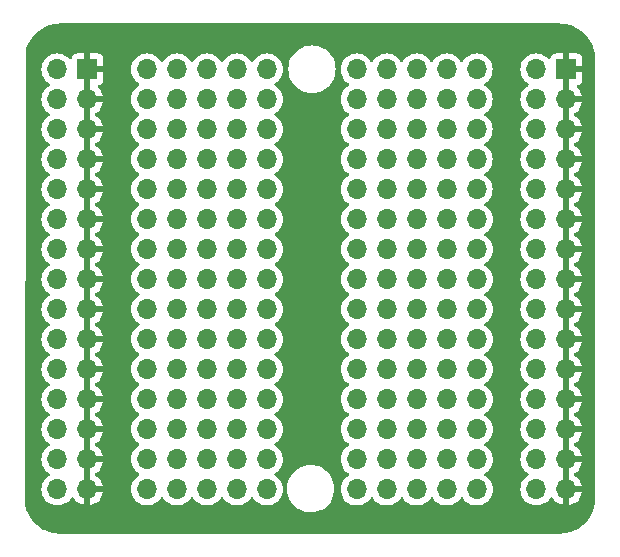
<source format=gbr>
%TF.GenerationSoftware,KiCad,Pcbnew,7.0.2*%
%TF.CreationDate,2024-01-29T20:47:06-05:00*%
%TF.ProjectId,dpx_perv_5x15,6470785f-7065-4727-965f-357831352e6b,rev?*%
%TF.SameCoordinates,Original*%
%TF.FileFunction,Copper,L2,Inr*%
%TF.FilePolarity,Positive*%
%FSLAX46Y46*%
G04 Gerber Fmt 4.6, Leading zero omitted, Abs format (unit mm)*
G04 Created by KiCad (PCBNEW 7.0.2) date 2024-01-29 20:47:06*
%MOMM*%
%LPD*%
G01*
G04 APERTURE LIST*
%TA.AperFunction,ComponentPad*%
%ADD10R,1.700000X1.700000*%
%TD*%
%TA.AperFunction,ComponentPad*%
%ADD11O,1.700000X1.700000*%
%TD*%
G04 APERTURE END LIST*
D10*
%TO.N,VCC*%
%TO.C,J1*%
X46220000Y-33615000D03*
D11*
%TO.N,GND*%
X43680000Y-33615000D03*
%TO.N,VCC*%
X46220000Y-36155000D03*
%TO.N,GND*%
X43680000Y-36155000D03*
%TO.N,VCC*%
X46220000Y-38695000D03*
%TO.N,GND*%
X43680000Y-38695000D03*
%TO.N,VCC*%
X46220000Y-41235000D03*
%TO.N,GND*%
X43680000Y-41235000D03*
%TO.N,VCC*%
X46220000Y-43775000D03*
%TO.N,GND*%
X43680000Y-43775000D03*
%TO.N,VCC*%
X46220000Y-46315000D03*
%TO.N,GND*%
X43680000Y-46315000D03*
%TO.N,VCC*%
X46220000Y-48855000D03*
%TO.N,GND*%
X43680000Y-48855000D03*
%TO.N,VCC*%
X46220000Y-51395000D03*
%TO.N,GND*%
X43680000Y-51395000D03*
%TO.N,VCC*%
X46220000Y-53935000D03*
%TO.N,GND*%
X43680000Y-53935000D03*
%TO.N,VCC*%
X46220000Y-56475000D03*
%TO.N,GND*%
X43680000Y-56475000D03*
%TO.N,VCC*%
X46220000Y-59015000D03*
%TO.N,GND*%
X43680000Y-59015000D03*
%TO.N,VCC*%
X46220000Y-61555000D03*
%TO.N,GND*%
X43680000Y-61555000D03*
%TO.N,VCC*%
X46220000Y-64095000D03*
%TO.N,GND*%
X43680000Y-64095000D03*
%TO.N,VCC*%
X46220000Y-66635000D03*
%TO.N,GND*%
X43680000Y-66635000D03*
%TO.N,VCC*%
X46220000Y-69175000D03*
%TO.N,GND*%
X43680000Y-69175000D03*
%TD*%
D10*
%TO.N,VCC*%
%TO.C,J2*%
X86770000Y-33615000D03*
D11*
%TO.N,GND*%
X84230000Y-33615000D03*
%TO.N,VCC*%
X86770000Y-36155000D03*
%TO.N,GND*%
X84230000Y-36155000D03*
%TO.N,VCC*%
X86770000Y-38695000D03*
%TO.N,GND*%
X84230000Y-38695000D03*
%TO.N,VCC*%
X86770000Y-41235000D03*
%TO.N,GND*%
X84230000Y-41235000D03*
%TO.N,VCC*%
X86770000Y-43775000D03*
%TO.N,GND*%
X84230000Y-43775000D03*
%TO.N,VCC*%
X86770000Y-46315000D03*
%TO.N,GND*%
X84230000Y-46315000D03*
%TO.N,VCC*%
X86770000Y-48855000D03*
%TO.N,GND*%
X84230000Y-48855000D03*
%TO.N,VCC*%
X86770000Y-51395000D03*
%TO.N,GND*%
X84230000Y-51395000D03*
%TO.N,VCC*%
X86770000Y-53935000D03*
%TO.N,GND*%
X84230000Y-53935000D03*
%TO.N,VCC*%
X86770000Y-56475000D03*
%TO.N,GND*%
X84230000Y-56475000D03*
%TO.N,VCC*%
X86770000Y-59015000D03*
%TO.N,GND*%
X84230000Y-59015000D03*
%TO.N,VCC*%
X86770000Y-61555000D03*
%TO.N,GND*%
X84230000Y-61555000D03*
%TO.N,VCC*%
X86770000Y-64095000D03*
%TO.N,GND*%
X84230000Y-64095000D03*
%TO.N,VCC*%
X86770000Y-66635000D03*
%TO.N,GND*%
X84230000Y-66635000D03*
%TO.N,VCC*%
X86770000Y-69175000D03*
%TO.N,GND*%
X84230000Y-69175000D03*
%TD*%
%TO.N,N/C*%
%TO.C,U2*%
X79195000Y-46310000D03*
X76655000Y-46310000D03*
X74115000Y-46310000D03*
X71575000Y-46310000D03*
X69035000Y-46310000D03*
X61435000Y-46310000D03*
X79195000Y-48850000D03*
X76655000Y-48850000D03*
X74115000Y-48850000D03*
X71575000Y-48850000D03*
X69035000Y-48850000D03*
X61435000Y-48850000D03*
X58895000Y-48850000D03*
X58885000Y-46310000D03*
X56355000Y-48850000D03*
X56345000Y-46310000D03*
X53815000Y-48850000D03*
X53805000Y-46310000D03*
X51275000Y-48850000D03*
X51265000Y-46310000D03*
X79195000Y-51390000D03*
X76655000Y-51390000D03*
X74115000Y-51390000D03*
X71575000Y-51390000D03*
X69035000Y-51390000D03*
X61435000Y-51390000D03*
X58895000Y-51390000D03*
X56355000Y-51390000D03*
X53815000Y-51390000D03*
X51275000Y-51390000D03*
X79195000Y-53930000D03*
X76655000Y-53930000D03*
X74115000Y-53930000D03*
X71575000Y-53930000D03*
X69035000Y-53930000D03*
X61435000Y-53930000D03*
X58895000Y-53930000D03*
X56355000Y-53930000D03*
X53815000Y-53930000D03*
X51275000Y-53930000D03*
X79195000Y-56470000D03*
X76655000Y-56470000D03*
X74115000Y-56470000D03*
X71575000Y-56470000D03*
X69035000Y-56470000D03*
X61435000Y-56470000D03*
X58895000Y-56470000D03*
X56355000Y-56470000D03*
X53815000Y-56470000D03*
X51275000Y-56470000D03*
%TD*%
%TO.N,N/C*%
%TO.C,U1*%
X79180000Y-33615000D03*
X76640000Y-33615000D03*
X74100000Y-33615000D03*
X71560000Y-33615000D03*
X69020000Y-33615000D03*
X61420000Y-33615000D03*
X79180000Y-36155000D03*
X76640000Y-36155000D03*
X74100000Y-36155000D03*
X71560000Y-36155000D03*
X69020000Y-36155000D03*
X61420000Y-36155000D03*
X58880000Y-36155000D03*
X58870000Y-33615000D03*
X56340000Y-36155000D03*
X56330000Y-33615000D03*
X53800000Y-36155000D03*
X53790000Y-33615000D03*
X51260000Y-36155000D03*
X51250000Y-33615000D03*
X79180000Y-38695000D03*
X76640000Y-38695000D03*
X74100000Y-38695000D03*
X71560000Y-38695000D03*
X69020000Y-38695000D03*
X61420000Y-38695000D03*
X58880000Y-38695000D03*
X56340000Y-38695000D03*
X53800000Y-38695000D03*
X51260000Y-38695000D03*
X79180000Y-41235000D03*
X76640000Y-41235000D03*
X74100000Y-41235000D03*
X71560000Y-41235000D03*
X69020000Y-41235000D03*
X61420000Y-41235000D03*
X58880000Y-41235000D03*
X56340000Y-41235000D03*
X53800000Y-41235000D03*
X51260000Y-41235000D03*
X79180000Y-43775000D03*
X76640000Y-43775000D03*
X74100000Y-43775000D03*
X71560000Y-43775000D03*
X69020000Y-43775000D03*
X61420000Y-43775000D03*
X58880000Y-43775000D03*
X56340000Y-43775000D03*
X53800000Y-43775000D03*
X51260000Y-43775000D03*
%TD*%
%TO.N,N/C*%
%TO.C,U3*%
X79185000Y-59020000D03*
X76645000Y-59020000D03*
X74105000Y-59020000D03*
X71565000Y-59020000D03*
X69025000Y-59020000D03*
X61425000Y-59020000D03*
X79185000Y-61560000D03*
X76645000Y-61560000D03*
X74105000Y-61560000D03*
X71565000Y-61560000D03*
X69025000Y-61560000D03*
X61425000Y-61560000D03*
X58885000Y-61560000D03*
X58875000Y-59020000D03*
X56345000Y-61560000D03*
X56335000Y-59020000D03*
X53805000Y-61560000D03*
X53795000Y-59020000D03*
X51265000Y-61560000D03*
X51255000Y-59020000D03*
X79185000Y-64100000D03*
X76645000Y-64100000D03*
X74105000Y-64100000D03*
X71565000Y-64100000D03*
X69025000Y-64100000D03*
X61425000Y-64100000D03*
X58885000Y-64100000D03*
X56345000Y-64100000D03*
X53805000Y-64100000D03*
X51265000Y-64100000D03*
X79185000Y-66640000D03*
X76645000Y-66640000D03*
X74105000Y-66640000D03*
X71565000Y-66640000D03*
X69025000Y-66640000D03*
X61425000Y-66640000D03*
X58885000Y-66640000D03*
X56345000Y-66640000D03*
X53805000Y-66640000D03*
X51265000Y-66640000D03*
X79185000Y-69180000D03*
X76645000Y-69180000D03*
X74105000Y-69180000D03*
X71565000Y-69180000D03*
X69025000Y-69180000D03*
X61425000Y-69180000D03*
X58885000Y-69180000D03*
X56345000Y-69180000D03*
X53805000Y-69180000D03*
X51265000Y-69180000D03*
%TD*%
%TA.AperFunction,Conductor*%
%TO.N,VCC*%
G36*
X46469999Y-68739498D02*
G01*
X46362315Y-68690320D01*
X46255763Y-68675000D01*
X46184237Y-68675000D01*
X46077685Y-68690320D01*
X45970000Y-68739498D01*
X45970000Y-67070501D01*
X46077685Y-67119680D01*
X46184237Y-67135000D01*
X46255763Y-67135000D01*
X46362315Y-67119680D01*
X46469999Y-67070501D01*
X46469999Y-68739498D01*
G37*
%TD.AperFunction*%
%TA.AperFunction,Conductor*%
G36*
X46469999Y-66199498D02*
G01*
X46362315Y-66150320D01*
X46255763Y-66135000D01*
X46184237Y-66135000D01*
X46077685Y-66150320D01*
X45970000Y-66199498D01*
X45970000Y-64530501D01*
X46077685Y-64579680D01*
X46184237Y-64595000D01*
X46255763Y-64595000D01*
X46362315Y-64579680D01*
X46469999Y-64530501D01*
X46469999Y-66199498D01*
G37*
%TD.AperFunction*%
%TA.AperFunction,Conductor*%
G36*
X46469999Y-63659498D02*
G01*
X46362315Y-63610320D01*
X46255763Y-63595000D01*
X46184237Y-63595000D01*
X46077685Y-63610320D01*
X45970000Y-63659498D01*
X45970000Y-61990501D01*
X46077685Y-62039680D01*
X46184237Y-62055000D01*
X46255763Y-62055000D01*
X46362315Y-62039680D01*
X46469999Y-61990501D01*
X46469999Y-63659498D01*
G37*
%TD.AperFunction*%
%TA.AperFunction,Conductor*%
G36*
X46469999Y-61119498D02*
G01*
X46362315Y-61070320D01*
X46255763Y-61055000D01*
X46184237Y-61055000D01*
X46077685Y-61070320D01*
X45970000Y-61119498D01*
X45970000Y-59450501D01*
X46077685Y-59499680D01*
X46184237Y-59515000D01*
X46255763Y-59515000D01*
X46362315Y-59499680D01*
X46469999Y-59450501D01*
X46469999Y-61119498D01*
G37*
%TD.AperFunction*%
%TA.AperFunction,Conductor*%
G36*
X46469999Y-58579498D02*
G01*
X46362315Y-58530320D01*
X46255763Y-58515000D01*
X46184237Y-58515000D01*
X46077685Y-58530320D01*
X45970000Y-58579498D01*
X45970000Y-56910501D01*
X46077685Y-56959680D01*
X46184237Y-56975000D01*
X46255763Y-56975000D01*
X46362315Y-56959680D01*
X46469999Y-56910501D01*
X46469999Y-58579498D01*
G37*
%TD.AperFunction*%
%TA.AperFunction,Conductor*%
G36*
X46469999Y-56039498D02*
G01*
X46362315Y-55990320D01*
X46255763Y-55975000D01*
X46184237Y-55975000D01*
X46077685Y-55990320D01*
X45970000Y-56039498D01*
X45970000Y-54370501D01*
X46077685Y-54419680D01*
X46184237Y-54435000D01*
X46255763Y-54435000D01*
X46362315Y-54419680D01*
X46469999Y-54370501D01*
X46469999Y-56039498D01*
G37*
%TD.AperFunction*%
%TA.AperFunction,Conductor*%
G36*
X46469999Y-53499498D02*
G01*
X46362315Y-53450320D01*
X46255763Y-53435000D01*
X46184237Y-53435000D01*
X46077685Y-53450320D01*
X45970000Y-53499498D01*
X45970000Y-51830501D01*
X46077685Y-51879680D01*
X46184237Y-51895000D01*
X46255763Y-51895000D01*
X46362315Y-51879680D01*
X46469999Y-51830501D01*
X46469999Y-53499498D01*
G37*
%TD.AperFunction*%
%TA.AperFunction,Conductor*%
G36*
X46469999Y-50959498D02*
G01*
X46362315Y-50910320D01*
X46255763Y-50895000D01*
X46184237Y-50895000D01*
X46077685Y-50910320D01*
X45970000Y-50959498D01*
X45970000Y-49290501D01*
X46077685Y-49339680D01*
X46184237Y-49355000D01*
X46255763Y-49355000D01*
X46362315Y-49339680D01*
X46469999Y-49290501D01*
X46469999Y-50959498D01*
G37*
%TD.AperFunction*%
%TA.AperFunction,Conductor*%
G36*
X46469999Y-48419498D02*
G01*
X46362315Y-48370320D01*
X46255763Y-48355000D01*
X46184237Y-48355000D01*
X46077685Y-48370320D01*
X45970000Y-48419498D01*
X45970000Y-46750501D01*
X46077685Y-46799680D01*
X46184237Y-46815000D01*
X46255763Y-46815000D01*
X46362315Y-46799680D01*
X46469999Y-46750501D01*
X46469999Y-48419498D01*
G37*
%TD.AperFunction*%
%TA.AperFunction,Conductor*%
G36*
X46469999Y-45879498D02*
G01*
X46362315Y-45830320D01*
X46255763Y-45815000D01*
X46184237Y-45815000D01*
X46077685Y-45830320D01*
X45970000Y-45879498D01*
X45970000Y-44210501D01*
X46077685Y-44259680D01*
X46184237Y-44275000D01*
X46255763Y-44275000D01*
X46362315Y-44259680D01*
X46469999Y-44210501D01*
X46469999Y-45879498D01*
G37*
%TD.AperFunction*%
%TA.AperFunction,Conductor*%
G36*
X46469999Y-43339498D02*
G01*
X46362315Y-43290320D01*
X46255763Y-43275000D01*
X46184237Y-43275000D01*
X46077685Y-43290320D01*
X45970000Y-43339498D01*
X45970000Y-41670501D01*
X46077685Y-41719680D01*
X46184237Y-41735000D01*
X46255763Y-41735000D01*
X46362315Y-41719680D01*
X46469999Y-41670501D01*
X46469999Y-43339498D01*
G37*
%TD.AperFunction*%
%TA.AperFunction,Conductor*%
G36*
X46469999Y-40799498D02*
G01*
X46362315Y-40750320D01*
X46255763Y-40735000D01*
X46184237Y-40735000D01*
X46077685Y-40750320D01*
X45970000Y-40799498D01*
X45970000Y-39130501D01*
X46077685Y-39179680D01*
X46184237Y-39195000D01*
X46255763Y-39195000D01*
X46362315Y-39179680D01*
X46469999Y-39130501D01*
X46469999Y-40799498D01*
G37*
%TD.AperFunction*%
%TA.AperFunction,Conductor*%
G36*
X46469999Y-38259498D02*
G01*
X46362315Y-38210320D01*
X46255763Y-38195000D01*
X46184237Y-38195000D01*
X46077685Y-38210320D01*
X45970000Y-38259498D01*
X45970000Y-36590501D01*
X46077685Y-36639680D01*
X46184237Y-36655000D01*
X46255763Y-36655000D01*
X46362315Y-36639680D01*
X46469999Y-36590501D01*
X46469999Y-38259498D01*
G37*
%TD.AperFunction*%
%TA.AperFunction,Conductor*%
G36*
X46469999Y-35719498D02*
G01*
X46362315Y-35670320D01*
X46255763Y-35655000D01*
X46184237Y-35655000D01*
X46077685Y-35670320D01*
X45970000Y-35719498D01*
X45970000Y-34050501D01*
X46077685Y-34099680D01*
X46184237Y-34115000D01*
X46255763Y-34115000D01*
X46362315Y-34099680D01*
X46469999Y-34050501D01*
X46469999Y-35719498D01*
G37*
%TD.AperFunction*%
%TA.AperFunction,Conductor*%
G36*
X87019999Y-68739498D02*
G01*
X86912315Y-68690320D01*
X86805763Y-68675000D01*
X86734237Y-68675000D01*
X86627685Y-68690320D01*
X86520000Y-68739498D01*
X86520000Y-67070501D01*
X86627685Y-67119680D01*
X86734237Y-67135000D01*
X86805763Y-67135000D01*
X86912315Y-67119680D01*
X87019999Y-67070501D01*
X87019999Y-68739498D01*
G37*
%TD.AperFunction*%
%TA.AperFunction,Conductor*%
G36*
X87019999Y-66199498D02*
G01*
X86912315Y-66150320D01*
X86805763Y-66135000D01*
X86734237Y-66135000D01*
X86627685Y-66150320D01*
X86520000Y-66199498D01*
X86520000Y-64530501D01*
X86627685Y-64579680D01*
X86734237Y-64595000D01*
X86805763Y-64595000D01*
X86912315Y-64579680D01*
X87019999Y-64530501D01*
X87019999Y-66199498D01*
G37*
%TD.AperFunction*%
%TA.AperFunction,Conductor*%
G36*
X87019999Y-63659498D02*
G01*
X86912315Y-63610320D01*
X86805763Y-63595000D01*
X86734237Y-63595000D01*
X86627685Y-63610320D01*
X86520000Y-63659498D01*
X86520000Y-61990501D01*
X86627685Y-62039680D01*
X86734237Y-62055000D01*
X86805763Y-62055000D01*
X86912315Y-62039680D01*
X87019999Y-61990501D01*
X87019999Y-63659498D01*
G37*
%TD.AperFunction*%
%TA.AperFunction,Conductor*%
G36*
X87019999Y-61119498D02*
G01*
X86912315Y-61070320D01*
X86805763Y-61055000D01*
X86734237Y-61055000D01*
X86627685Y-61070320D01*
X86520000Y-61119498D01*
X86520000Y-59450501D01*
X86627685Y-59499680D01*
X86734237Y-59515000D01*
X86805763Y-59515000D01*
X86912315Y-59499680D01*
X87019999Y-59450501D01*
X87019999Y-61119498D01*
G37*
%TD.AperFunction*%
%TA.AperFunction,Conductor*%
G36*
X87019999Y-58579498D02*
G01*
X86912315Y-58530320D01*
X86805763Y-58515000D01*
X86734237Y-58515000D01*
X86627685Y-58530320D01*
X86520000Y-58579498D01*
X86520000Y-56910501D01*
X86627685Y-56959680D01*
X86734237Y-56975000D01*
X86805763Y-56975000D01*
X86912315Y-56959680D01*
X87019999Y-56910501D01*
X87019999Y-58579498D01*
G37*
%TD.AperFunction*%
%TA.AperFunction,Conductor*%
G36*
X87019999Y-56039498D02*
G01*
X86912315Y-55990320D01*
X86805763Y-55975000D01*
X86734237Y-55975000D01*
X86627685Y-55990320D01*
X86520000Y-56039498D01*
X86520000Y-54370501D01*
X86627685Y-54419680D01*
X86734237Y-54435000D01*
X86805763Y-54435000D01*
X86912315Y-54419680D01*
X87019999Y-54370501D01*
X87019999Y-56039498D01*
G37*
%TD.AperFunction*%
%TA.AperFunction,Conductor*%
G36*
X87019999Y-53499498D02*
G01*
X86912315Y-53450320D01*
X86805763Y-53435000D01*
X86734237Y-53435000D01*
X86627685Y-53450320D01*
X86520000Y-53499498D01*
X86520000Y-51830501D01*
X86627685Y-51879680D01*
X86734237Y-51895000D01*
X86805763Y-51895000D01*
X86912315Y-51879680D01*
X87019999Y-51830501D01*
X87019999Y-53499498D01*
G37*
%TD.AperFunction*%
%TA.AperFunction,Conductor*%
G36*
X87019999Y-50959498D02*
G01*
X86912315Y-50910320D01*
X86805763Y-50895000D01*
X86734237Y-50895000D01*
X86627685Y-50910320D01*
X86520000Y-50959498D01*
X86520000Y-49290501D01*
X86627685Y-49339680D01*
X86734237Y-49355000D01*
X86805763Y-49355000D01*
X86912315Y-49339680D01*
X87019999Y-49290501D01*
X87019999Y-50959498D01*
G37*
%TD.AperFunction*%
%TA.AperFunction,Conductor*%
G36*
X87019999Y-48419498D02*
G01*
X86912315Y-48370320D01*
X86805763Y-48355000D01*
X86734237Y-48355000D01*
X86627685Y-48370320D01*
X86520000Y-48419498D01*
X86520000Y-46750501D01*
X86627685Y-46799680D01*
X86734237Y-46815000D01*
X86805763Y-46815000D01*
X86912315Y-46799680D01*
X87019999Y-46750501D01*
X87019999Y-48419498D01*
G37*
%TD.AperFunction*%
%TA.AperFunction,Conductor*%
G36*
X87019999Y-45879498D02*
G01*
X86912315Y-45830320D01*
X86805763Y-45815000D01*
X86734237Y-45815000D01*
X86627685Y-45830320D01*
X86520000Y-45879498D01*
X86520000Y-44210501D01*
X86627685Y-44259680D01*
X86734237Y-44275000D01*
X86805763Y-44275000D01*
X86912315Y-44259680D01*
X87019999Y-44210501D01*
X87019999Y-45879498D01*
G37*
%TD.AperFunction*%
%TA.AperFunction,Conductor*%
G36*
X87019999Y-43339498D02*
G01*
X86912315Y-43290320D01*
X86805763Y-43275000D01*
X86734237Y-43275000D01*
X86627685Y-43290320D01*
X86520000Y-43339498D01*
X86520000Y-41670501D01*
X86627685Y-41719680D01*
X86734237Y-41735000D01*
X86805763Y-41735000D01*
X86912315Y-41719680D01*
X87019999Y-41670501D01*
X87019999Y-43339498D01*
G37*
%TD.AperFunction*%
%TA.AperFunction,Conductor*%
G36*
X87019999Y-40799498D02*
G01*
X86912315Y-40750320D01*
X86805763Y-40735000D01*
X86734237Y-40735000D01*
X86627685Y-40750320D01*
X86520000Y-40799498D01*
X86520000Y-39130501D01*
X86627685Y-39179680D01*
X86734237Y-39195000D01*
X86805763Y-39195000D01*
X86912315Y-39179680D01*
X87019999Y-39130501D01*
X87019999Y-40799498D01*
G37*
%TD.AperFunction*%
%TA.AperFunction,Conductor*%
G36*
X87019999Y-38259498D02*
G01*
X86912315Y-38210320D01*
X86805763Y-38195000D01*
X86734237Y-38195000D01*
X86627685Y-38210320D01*
X86520000Y-38259498D01*
X86520000Y-36590501D01*
X86627685Y-36639680D01*
X86734237Y-36655000D01*
X86805763Y-36655000D01*
X86912315Y-36639680D01*
X87019999Y-36590501D01*
X87019999Y-38259498D01*
G37*
%TD.AperFunction*%
%TA.AperFunction,Conductor*%
G36*
X87019999Y-35719498D02*
G01*
X86912315Y-35670320D01*
X86805763Y-35655000D01*
X86734237Y-35655000D01*
X86627685Y-35670320D01*
X86520000Y-35719498D01*
X86520000Y-34050501D01*
X86627685Y-34099680D01*
X86734237Y-34115000D01*
X86805763Y-34115000D01*
X86912315Y-34099680D01*
X87019999Y-34050501D01*
X87019999Y-35719498D01*
G37*
%TD.AperFunction*%
%TA.AperFunction,Conductor*%
G36*
X86218243Y-29725669D02*
G01*
X86348628Y-29732503D01*
X86528910Y-29742628D01*
X86541309Y-29743955D01*
X86690647Y-29767608D01*
X86850321Y-29794737D01*
X86861619Y-29797205D01*
X87011693Y-29837418D01*
X87164188Y-29881351D01*
X87174253Y-29884726D01*
X87319710Y-29940562D01*
X87322599Y-29941714D01*
X87466768Y-30001430D01*
X87475594Y-30005500D01*
X87615064Y-30076565D01*
X87618748Y-30078521D01*
X87708848Y-30128316D01*
X87754548Y-30153574D01*
X87762061Y-30158081D01*
X87893754Y-30243604D01*
X87897947Y-30246452D01*
X88024147Y-30335996D01*
X88030428Y-30340759D01*
X88152567Y-30439665D01*
X88157158Y-30443571D01*
X88272424Y-30546579D01*
X88277478Y-30551358D01*
X88388640Y-30662520D01*
X88393419Y-30667574D01*
X88496427Y-30782840D01*
X88500333Y-30787431D01*
X88599239Y-30909570D01*
X88604002Y-30915851D01*
X88693546Y-31042051D01*
X88696409Y-31046266D01*
X88781907Y-31177921D01*
X88786430Y-31185460D01*
X88861477Y-31321250D01*
X88863433Y-31324934D01*
X88934498Y-31464404D01*
X88938575Y-31473247D01*
X88998259Y-31617337D01*
X88999462Y-31620353D01*
X89055265Y-31765727D01*
X89058655Y-31775836D01*
X89102579Y-31928297D01*
X89142793Y-32078379D01*
X89145262Y-32089685D01*
X89172394Y-32249369D01*
X89196040Y-32398670D01*
X89197371Y-32411108D01*
X89207509Y-32591617D01*
X89214330Y-32721756D01*
X89214500Y-32728246D01*
X89214500Y-69921753D01*
X89214330Y-69928243D01*
X89207509Y-70058382D01*
X89197372Y-70238887D01*
X89196040Y-70251331D01*
X89172394Y-70400629D01*
X89145263Y-70560308D01*
X89142791Y-70571624D01*
X89102579Y-70721701D01*
X89058653Y-70874170D01*
X89055268Y-70884263D01*
X88999462Y-71029645D01*
X88998259Y-71032661D01*
X88938575Y-71176751D01*
X88934498Y-71185594D01*
X88863433Y-71325064D01*
X88861477Y-71328748D01*
X88786430Y-71464538D01*
X88781897Y-71472094D01*
X88696412Y-71603728D01*
X88693546Y-71607947D01*
X88604002Y-71734147D01*
X88599239Y-71740428D01*
X88500333Y-71862567D01*
X88496427Y-71867158D01*
X88393419Y-71982424D01*
X88388640Y-71987478D01*
X88277478Y-72098640D01*
X88272424Y-72103419D01*
X88157158Y-72206427D01*
X88152567Y-72210333D01*
X88030428Y-72309239D01*
X88024147Y-72314002D01*
X87897947Y-72403546D01*
X87893728Y-72406412D01*
X87762094Y-72491897D01*
X87754538Y-72496430D01*
X87618748Y-72571477D01*
X87615064Y-72573433D01*
X87475594Y-72644498D01*
X87466751Y-72648575D01*
X87322661Y-72708259D01*
X87319645Y-72709462D01*
X87174271Y-72765265D01*
X87164162Y-72768655D01*
X87011702Y-72812579D01*
X86861619Y-72852793D01*
X86850313Y-72855262D01*
X86690630Y-72882394D01*
X86541328Y-72906040D01*
X86528890Y-72907371D01*
X86348382Y-72917509D01*
X86218244Y-72924330D01*
X86211754Y-72924500D01*
X43903247Y-72924500D01*
X43896757Y-72924330D01*
X43766617Y-72917509D01*
X43586111Y-72907372D01*
X43573666Y-72906040D01*
X43424369Y-72882394D01*
X43264690Y-72855263D01*
X43253374Y-72852791D01*
X43103298Y-72812579D01*
X42950828Y-72768653D01*
X42940735Y-72765268D01*
X42795353Y-72709462D01*
X42792337Y-72708259D01*
X42648247Y-72648575D01*
X42639404Y-72644498D01*
X42499934Y-72573433D01*
X42496250Y-72571477D01*
X42360460Y-72496430D01*
X42352921Y-72491907D01*
X42221266Y-72406409D01*
X42217051Y-72403546D01*
X42090851Y-72314002D01*
X42084570Y-72309239D01*
X41962431Y-72210333D01*
X41957840Y-72206427D01*
X41842574Y-72103419D01*
X41837520Y-72098640D01*
X41726358Y-71987478D01*
X41721579Y-71982424D01*
X41618571Y-71867158D01*
X41614665Y-71862567D01*
X41515759Y-71740428D01*
X41510996Y-71734147D01*
X41421452Y-71607947D01*
X41418604Y-71603754D01*
X41333081Y-71472061D01*
X41328568Y-71464538D01*
X41253521Y-71328748D01*
X41251565Y-71325064D01*
X41180500Y-71185594D01*
X41176430Y-71176768D01*
X41116714Y-71032599D01*
X41115562Y-71029710D01*
X41059729Y-70884260D01*
X41056346Y-70874170D01*
X41012414Y-70721679D01*
X41007316Y-70702652D01*
X40972202Y-70571605D01*
X40969738Y-70560323D01*
X40942605Y-70400629D01*
X40922659Y-70274694D01*
X40921136Y-70255070D01*
X40923490Y-69175000D01*
X42324340Y-69175000D01*
X42344936Y-69410407D01*
X42370496Y-69505798D01*
X42406097Y-69638663D01*
X42505965Y-69852830D01*
X42641505Y-70046401D01*
X42808599Y-70213495D01*
X43002170Y-70349035D01*
X43216337Y-70448903D01*
X43444592Y-70510063D01*
X43680000Y-70530659D01*
X43915408Y-70510063D01*
X44143663Y-70448903D01*
X44357830Y-70349035D01*
X44551401Y-70213495D01*
X44718495Y-70046401D01*
X44848732Y-69860403D01*
X44903307Y-69816780D01*
X44972805Y-69809586D01*
X45035160Y-69841109D01*
X45051880Y-69860404D01*
X45181893Y-70046081D01*
X45348918Y-70213106D01*
X45542423Y-70348600D01*
X45756509Y-70448430D01*
X45970000Y-70505634D01*
X45970000Y-69610501D01*
X46077685Y-69659680D01*
X46184237Y-69675000D01*
X46255763Y-69675000D01*
X46362315Y-69659680D01*
X46470000Y-69610501D01*
X46470000Y-70505633D01*
X46683490Y-70448430D01*
X46897576Y-70348600D01*
X47091081Y-70213106D01*
X47258106Y-70046081D01*
X47393600Y-69852576D01*
X47493430Y-69638492D01*
X47550636Y-69425000D01*
X46653686Y-69425000D01*
X46679493Y-69384844D01*
X46720000Y-69246889D01*
X46720000Y-69103111D01*
X46679493Y-68965156D01*
X46653686Y-68925000D01*
X47550636Y-68925000D01*
X47550635Y-68924999D01*
X47493430Y-68711507D01*
X47393599Y-68497421D01*
X47258109Y-68303921D01*
X47091081Y-68136893D01*
X46904968Y-68006575D01*
X46861344Y-67951998D01*
X46854151Y-67882499D01*
X46885673Y-67820145D01*
X46904968Y-67803425D01*
X47091081Y-67673106D01*
X47258106Y-67506081D01*
X47393600Y-67312576D01*
X47493430Y-67098492D01*
X47550636Y-66885000D01*
X46653686Y-66885000D01*
X46679493Y-66844844D01*
X46720000Y-66706889D01*
X46720000Y-66563111D01*
X46679493Y-66425156D01*
X46653686Y-66385000D01*
X47550636Y-66385000D01*
X47550635Y-66384999D01*
X47493430Y-66171507D01*
X47393599Y-65957421D01*
X47258109Y-65763921D01*
X47091081Y-65596893D01*
X46904968Y-65466575D01*
X46861344Y-65411998D01*
X46854151Y-65342499D01*
X46885673Y-65280145D01*
X46904968Y-65263425D01*
X47091081Y-65133106D01*
X47258106Y-64966081D01*
X47393600Y-64772576D01*
X47493430Y-64558492D01*
X47550636Y-64345000D01*
X46653686Y-64345000D01*
X46679493Y-64304844D01*
X46720000Y-64166889D01*
X46720000Y-64023111D01*
X46679493Y-63885156D01*
X46653686Y-63845000D01*
X47550636Y-63845000D01*
X47550635Y-63844999D01*
X47493430Y-63631507D01*
X47393599Y-63417421D01*
X47258109Y-63223921D01*
X47091081Y-63056893D01*
X46904968Y-62926575D01*
X46861344Y-62871998D01*
X46854151Y-62802499D01*
X46885673Y-62740145D01*
X46904968Y-62723425D01*
X47091081Y-62593106D01*
X47258106Y-62426081D01*
X47393600Y-62232576D01*
X47493430Y-62018492D01*
X47550636Y-61805000D01*
X46653686Y-61805000D01*
X46679493Y-61764844D01*
X46720000Y-61626889D01*
X46720000Y-61483111D01*
X46679493Y-61345156D01*
X46653686Y-61305000D01*
X47550636Y-61305000D01*
X47550635Y-61304999D01*
X47493430Y-61091507D01*
X47393599Y-60877421D01*
X47258109Y-60683921D01*
X47091081Y-60516893D01*
X46904968Y-60386575D01*
X46861344Y-60331998D01*
X46854151Y-60262499D01*
X46885673Y-60200145D01*
X46904968Y-60183425D01*
X47091081Y-60053106D01*
X47258106Y-59886081D01*
X47393600Y-59692576D01*
X47493430Y-59478492D01*
X47550636Y-59265000D01*
X46653686Y-59265000D01*
X46679493Y-59224844D01*
X46720000Y-59086889D01*
X46720000Y-58943111D01*
X46679493Y-58805156D01*
X46653686Y-58765000D01*
X47550636Y-58765000D01*
X47550635Y-58764999D01*
X47493430Y-58551507D01*
X47393599Y-58337421D01*
X47258109Y-58143921D01*
X47091081Y-57976893D01*
X46904968Y-57846575D01*
X46861344Y-57791998D01*
X46854151Y-57722499D01*
X46885673Y-57660145D01*
X46904968Y-57643425D01*
X47091081Y-57513106D01*
X47258106Y-57346081D01*
X47393600Y-57152576D01*
X47493430Y-56938492D01*
X47550636Y-56725000D01*
X46653686Y-56725000D01*
X46679493Y-56684844D01*
X46720000Y-56546889D01*
X46720000Y-56403111D01*
X46679493Y-56265156D01*
X46653686Y-56225000D01*
X47550636Y-56225000D01*
X47550635Y-56224999D01*
X47493430Y-56011507D01*
X47393599Y-55797421D01*
X47258109Y-55603921D01*
X47091081Y-55436893D01*
X46904968Y-55306575D01*
X46861344Y-55251998D01*
X46854151Y-55182499D01*
X46885673Y-55120145D01*
X46904968Y-55103425D01*
X47091081Y-54973106D01*
X47258106Y-54806081D01*
X47393600Y-54612576D01*
X47493430Y-54398492D01*
X47550636Y-54185000D01*
X46653686Y-54185000D01*
X46679493Y-54144844D01*
X46720000Y-54006889D01*
X46720000Y-53863111D01*
X46679493Y-53725156D01*
X46653686Y-53685000D01*
X47550636Y-53685000D01*
X47550635Y-53684999D01*
X47493430Y-53471507D01*
X47393599Y-53257421D01*
X47258109Y-53063921D01*
X47091081Y-52896893D01*
X46904968Y-52766575D01*
X46861344Y-52711998D01*
X46854151Y-52642499D01*
X46885673Y-52580145D01*
X46904968Y-52563425D01*
X47091081Y-52433106D01*
X47258106Y-52266081D01*
X47393600Y-52072576D01*
X47493430Y-51858492D01*
X47550636Y-51645000D01*
X46653686Y-51645000D01*
X46679493Y-51604844D01*
X46720000Y-51466889D01*
X46720000Y-51323111D01*
X46679493Y-51185156D01*
X46653686Y-51145000D01*
X47550636Y-51145000D01*
X47550635Y-51144999D01*
X47493430Y-50931507D01*
X47393599Y-50717421D01*
X47258109Y-50523921D01*
X47091081Y-50356893D01*
X46904968Y-50226575D01*
X46861344Y-50171998D01*
X46854151Y-50102499D01*
X46885673Y-50040145D01*
X46904968Y-50023425D01*
X47091081Y-49893106D01*
X47258106Y-49726081D01*
X47393600Y-49532576D01*
X47493430Y-49318492D01*
X47550636Y-49105000D01*
X46653686Y-49105000D01*
X46679493Y-49064844D01*
X46720000Y-48926889D01*
X46720000Y-48783111D01*
X46679493Y-48645156D01*
X46653686Y-48605000D01*
X47550636Y-48605000D01*
X47550635Y-48604999D01*
X47493430Y-48391507D01*
X47393599Y-48177421D01*
X47258109Y-47983921D01*
X47091081Y-47816893D01*
X46904968Y-47686575D01*
X46861344Y-47631998D01*
X46854151Y-47562499D01*
X46885673Y-47500145D01*
X46904968Y-47483425D01*
X47091081Y-47353106D01*
X47258106Y-47186081D01*
X47393600Y-46992576D01*
X47493430Y-46778492D01*
X47550636Y-46565000D01*
X46653686Y-46565000D01*
X46679493Y-46524844D01*
X46720000Y-46386889D01*
X46720000Y-46243111D01*
X46679493Y-46105156D01*
X46653686Y-46065000D01*
X47550636Y-46065000D01*
X47550635Y-46064999D01*
X47493430Y-45851507D01*
X47393599Y-45637421D01*
X47258109Y-45443921D01*
X47091081Y-45276893D01*
X46904968Y-45146575D01*
X46861344Y-45091998D01*
X46854151Y-45022499D01*
X46885673Y-44960145D01*
X46904968Y-44943425D01*
X47091081Y-44813106D01*
X47258106Y-44646081D01*
X47393600Y-44452576D01*
X47493430Y-44238492D01*
X47550636Y-44025000D01*
X46653686Y-44025000D01*
X46679493Y-43984844D01*
X46720000Y-43846889D01*
X46720000Y-43703111D01*
X46679493Y-43565156D01*
X46653686Y-43525000D01*
X47550636Y-43525000D01*
X47550635Y-43524999D01*
X47493430Y-43311507D01*
X47393599Y-43097421D01*
X47258109Y-42903921D01*
X47091081Y-42736893D01*
X46904968Y-42606575D01*
X46861344Y-42551998D01*
X46854151Y-42482499D01*
X46885673Y-42420145D01*
X46904968Y-42403425D01*
X47091081Y-42273106D01*
X47258106Y-42106081D01*
X47393600Y-41912576D01*
X47493430Y-41698492D01*
X47550636Y-41485000D01*
X46653686Y-41485000D01*
X46679493Y-41444844D01*
X46720000Y-41306889D01*
X46720000Y-41163111D01*
X46679493Y-41025156D01*
X46653686Y-40985000D01*
X47550636Y-40985000D01*
X47550635Y-40984999D01*
X47493430Y-40771507D01*
X47393599Y-40557421D01*
X47258109Y-40363921D01*
X47091081Y-40196893D01*
X46904968Y-40066575D01*
X46861344Y-40011998D01*
X46854151Y-39942499D01*
X46885673Y-39880145D01*
X46904968Y-39863425D01*
X47091081Y-39733106D01*
X47258106Y-39566081D01*
X47393600Y-39372576D01*
X47493430Y-39158492D01*
X47550636Y-38945000D01*
X46653686Y-38945000D01*
X46679493Y-38904844D01*
X46720000Y-38766889D01*
X46720000Y-38623111D01*
X46679493Y-38485156D01*
X46653686Y-38445000D01*
X47550636Y-38445000D01*
X47550635Y-38444999D01*
X47493430Y-38231507D01*
X47393599Y-38017421D01*
X47258109Y-37823921D01*
X47091081Y-37656893D01*
X46904968Y-37526575D01*
X46861344Y-37471998D01*
X46854151Y-37402499D01*
X46885673Y-37340145D01*
X46904968Y-37323425D01*
X47091081Y-37193106D01*
X47258106Y-37026081D01*
X47393600Y-36832576D01*
X47493430Y-36618492D01*
X47550636Y-36405000D01*
X46653686Y-36405000D01*
X46679493Y-36364844D01*
X46720000Y-36226889D01*
X46720000Y-36083111D01*
X46679493Y-35945156D01*
X46653686Y-35905000D01*
X47550636Y-35905000D01*
X47550635Y-35904999D01*
X47493430Y-35691507D01*
X47393599Y-35477421D01*
X47258109Y-35283921D01*
X47135665Y-35161477D01*
X47102180Y-35100154D01*
X47107164Y-35030462D01*
X47149036Y-34974529D01*
X47180013Y-34957614D01*
X47312088Y-34908352D01*
X47427188Y-34822188D01*
X47513352Y-34707089D01*
X47563599Y-34572371D01*
X47569645Y-34516132D01*
X47570000Y-34509518D01*
X47570000Y-33865000D01*
X46653686Y-33865000D01*
X46679493Y-33824844D01*
X46720000Y-33686889D01*
X46720000Y-33615000D01*
X49894340Y-33615000D01*
X49914936Y-33850407D01*
X49921641Y-33875429D01*
X49976097Y-34078663D01*
X50075965Y-34292830D01*
X50211505Y-34486401D01*
X50378599Y-34653495D01*
X50569160Y-34786927D01*
X50612783Y-34841503D01*
X50619976Y-34911002D01*
X50588454Y-34973356D01*
X50569158Y-34990076D01*
X50462228Y-35064950D01*
X50388595Y-35116508D01*
X50221505Y-35283598D01*
X50085965Y-35477170D01*
X49986097Y-35691336D01*
X49924936Y-35919592D01*
X49904340Y-36155000D01*
X49924936Y-36390407D01*
X49950496Y-36485798D01*
X49986097Y-36618663D01*
X50085965Y-36832830D01*
X50221505Y-37026401D01*
X50388599Y-37193495D01*
X50574160Y-37323426D01*
X50617783Y-37378002D01*
X50624976Y-37447501D01*
X50593454Y-37509855D01*
X50574159Y-37526575D01*
X50388595Y-37656508D01*
X50221505Y-37823598D01*
X50085965Y-38017170D01*
X49986097Y-38231336D01*
X49924936Y-38459592D01*
X49904340Y-38694999D01*
X49924936Y-38930407D01*
X49950496Y-39025798D01*
X49986097Y-39158663D01*
X50085965Y-39372830D01*
X50221505Y-39566401D01*
X50388599Y-39733495D01*
X50574160Y-39863426D01*
X50617783Y-39918002D01*
X50624976Y-39987501D01*
X50593454Y-40049855D01*
X50574159Y-40066575D01*
X50388595Y-40196508D01*
X50221505Y-40363598D01*
X50085965Y-40557170D01*
X49986097Y-40771336D01*
X49924936Y-40999592D01*
X49904340Y-41235000D01*
X49924936Y-41470407D01*
X49950496Y-41565798D01*
X49986097Y-41698663D01*
X50085965Y-41912830D01*
X50221505Y-42106401D01*
X50388599Y-42273495D01*
X50574160Y-42403426D01*
X50617783Y-42458002D01*
X50624976Y-42527501D01*
X50593454Y-42589855D01*
X50574159Y-42606575D01*
X50388595Y-42736508D01*
X50221505Y-42903598D01*
X50085965Y-43097170D01*
X49986097Y-43311336D01*
X49924936Y-43539592D01*
X49904340Y-43775000D01*
X49924936Y-44010407D01*
X49950496Y-44105798D01*
X49986097Y-44238663D01*
X50085965Y-44452830D01*
X50221505Y-44646401D01*
X50388599Y-44813495D01*
X50573089Y-44942676D01*
X50616713Y-44997252D01*
X50623907Y-45066750D01*
X50592384Y-45129105D01*
X50573089Y-45145825D01*
X50393595Y-45271508D01*
X50226505Y-45438598D01*
X50090965Y-45632170D01*
X49991097Y-45846336D01*
X49929936Y-46074592D01*
X49909340Y-46310000D01*
X49929936Y-46545407D01*
X49956836Y-46645798D01*
X49991097Y-46773663D01*
X50090965Y-46987830D01*
X50226505Y-47181401D01*
X50393599Y-47348495D01*
X50584160Y-47481927D01*
X50627783Y-47536503D01*
X50634976Y-47606002D01*
X50603454Y-47668356D01*
X50584159Y-47685076D01*
X50403595Y-47811508D01*
X50236505Y-47978598D01*
X50100965Y-48172170D01*
X50001097Y-48386336D01*
X49939936Y-48614592D01*
X49919340Y-48850000D01*
X49939936Y-49085407D01*
X49966836Y-49185798D01*
X50001097Y-49313663D01*
X50100965Y-49527830D01*
X50236505Y-49721401D01*
X50403599Y-49888495D01*
X50589160Y-50018426D01*
X50632783Y-50073002D01*
X50639976Y-50142501D01*
X50608454Y-50204855D01*
X50589159Y-50221575D01*
X50403595Y-50351508D01*
X50236505Y-50518598D01*
X50100965Y-50712170D01*
X50001097Y-50926336D01*
X49939936Y-51154592D01*
X49919340Y-51389999D01*
X49939936Y-51625407D01*
X49966836Y-51725798D01*
X50001097Y-51853663D01*
X50100965Y-52067830D01*
X50236505Y-52261401D01*
X50403599Y-52428495D01*
X50589160Y-52558426D01*
X50632783Y-52613002D01*
X50639976Y-52682501D01*
X50608454Y-52744855D01*
X50589159Y-52761575D01*
X50403595Y-52891508D01*
X50236505Y-53058598D01*
X50100965Y-53252170D01*
X50001097Y-53466336D01*
X49939936Y-53694592D01*
X49919340Y-53930000D01*
X49939936Y-54165407D01*
X49966836Y-54265798D01*
X50001097Y-54393663D01*
X50100965Y-54607830D01*
X50236505Y-54801401D01*
X50403599Y-54968495D01*
X50589160Y-55098426D01*
X50632783Y-55153002D01*
X50639976Y-55222501D01*
X50608454Y-55284855D01*
X50589159Y-55301575D01*
X50403595Y-55431508D01*
X50236505Y-55598598D01*
X50100965Y-55792170D01*
X50001097Y-56006336D01*
X49939936Y-56234592D01*
X49919340Y-56469999D01*
X49939936Y-56705407D01*
X49966836Y-56805798D01*
X50001097Y-56933663D01*
X50100965Y-57147830D01*
X50236505Y-57341401D01*
X50403599Y-57508495D01*
X50410738Y-57513494D01*
X50586348Y-57636457D01*
X50629973Y-57691034D01*
X50637166Y-57760532D01*
X50605644Y-57822887D01*
X50584821Y-57837978D01*
X50586057Y-57839743D01*
X50383598Y-57981505D01*
X50216505Y-58148598D01*
X50080965Y-58342170D01*
X49981097Y-58556336D01*
X49919936Y-58784592D01*
X49899340Y-59020000D01*
X49919936Y-59255407D01*
X49964709Y-59422502D01*
X49981097Y-59483663D01*
X50080965Y-59697830D01*
X50216505Y-59891401D01*
X50383599Y-60058495D01*
X50574160Y-60191927D01*
X50617783Y-60246503D01*
X50624976Y-60316002D01*
X50593454Y-60378356D01*
X50574158Y-60395076D01*
X50400736Y-60516508D01*
X50393595Y-60521508D01*
X50226505Y-60688598D01*
X50090965Y-60882170D01*
X49991097Y-61096336D01*
X49929936Y-61324592D01*
X49909340Y-61560000D01*
X49929936Y-61795407D01*
X49974709Y-61962502D01*
X49991097Y-62023663D01*
X50090965Y-62237830D01*
X50226505Y-62431401D01*
X50393599Y-62598495D01*
X50579160Y-62728426D01*
X50622783Y-62783002D01*
X50629976Y-62852501D01*
X50598454Y-62914855D01*
X50579158Y-62931575D01*
X50400736Y-63056508D01*
X50393595Y-63061508D01*
X50226505Y-63228598D01*
X50090965Y-63422170D01*
X49991097Y-63636336D01*
X49929936Y-63864592D01*
X49909340Y-64100000D01*
X49929936Y-64335407D01*
X49974709Y-64502502D01*
X49991097Y-64563663D01*
X50090965Y-64777830D01*
X50226505Y-64971401D01*
X50393599Y-65138495D01*
X50579160Y-65268426D01*
X50622783Y-65323002D01*
X50629976Y-65392501D01*
X50598454Y-65454855D01*
X50579158Y-65471575D01*
X50400736Y-65596508D01*
X50393595Y-65601508D01*
X50226505Y-65768598D01*
X50090965Y-65962170D01*
X49991097Y-66176336D01*
X49929936Y-66404592D01*
X49909340Y-66639999D01*
X49929936Y-66875407D01*
X49974709Y-67042502D01*
X49991097Y-67103663D01*
X50090965Y-67317830D01*
X50226505Y-67511401D01*
X50393599Y-67678495D01*
X50579160Y-67808426D01*
X50622783Y-67863002D01*
X50629976Y-67932501D01*
X50598454Y-67994855D01*
X50579158Y-68011575D01*
X50400736Y-68136508D01*
X50393595Y-68141508D01*
X50226505Y-68308598D01*
X50090965Y-68502170D01*
X49991097Y-68716336D01*
X49929936Y-68944592D01*
X49909340Y-69180000D01*
X49929936Y-69415407D01*
X49974709Y-69582501D01*
X49991097Y-69643663D01*
X50090965Y-69857830D01*
X50226505Y-70051401D01*
X50393599Y-70218495D01*
X50587170Y-70354035D01*
X50801337Y-70453903D01*
X51010932Y-70510063D01*
X51029592Y-70515063D01*
X51264999Y-70535659D01*
X51264999Y-70535658D01*
X51265000Y-70535659D01*
X51500408Y-70515063D01*
X51728663Y-70453903D01*
X51942830Y-70354035D01*
X52136401Y-70218495D01*
X52303495Y-70051401D01*
X52433426Y-69865839D01*
X52488002Y-69822216D01*
X52557500Y-69815022D01*
X52619855Y-69846545D01*
X52636571Y-69865837D01*
X52766505Y-70051401D01*
X52933599Y-70218495D01*
X53127170Y-70354035D01*
X53341337Y-70453903D01*
X53550932Y-70510063D01*
X53569592Y-70515063D01*
X53804999Y-70535659D01*
X53804999Y-70535658D01*
X53805000Y-70535659D01*
X54040408Y-70515063D01*
X54268663Y-70453903D01*
X54482830Y-70354035D01*
X54676401Y-70218495D01*
X54843495Y-70051401D01*
X54973426Y-69865839D01*
X55028002Y-69822216D01*
X55097500Y-69815022D01*
X55159855Y-69846545D01*
X55176571Y-69865837D01*
X55306505Y-70051401D01*
X55473599Y-70218495D01*
X55667170Y-70354035D01*
X55881337Y-70453903D01*
X56109592Y-70515063D01*
X56345000Y-70535659D01*
X56580408Y-70515063D01*
X56808663Y-70453903D01*
X57022830Y-70354035D01*
X57216401Y-70218495D01*
X57383495Y-70051401D01*
X57513426Y-69865839D01*
X57568002Y-69822217D01*
X57637501Y-69815024D01*
X57699855Y-69846546D01*
X57716571Y-69865837D01*
X57846505Y-70051401D01*
X58013599Y-70218495D01*
X58207170Y-70354035D01*
X58421337Y-70453903D01*
X58649592Y-70515063D01*
X58885000Y-70535659D01*
X59120408Y-70515063D01*
X59348663Y-70453903D01*
X59562830Y-70354035D01*
X59756401Y-70218495D01*
X59923495Y-70051401D01*
X60053426Y-69865839D01*
X60108002Y-69822216D01*
X60177500Y-69815022D01*
X60239855Y-69846545D01*
X60256571Y-69865837D01*
X60386505Y-70051401D01*
X60553599Y-70218495D01*
X60747170Y-70354035D01*
X60961337Y-70453903D01*
X61189592Y-70515063D01*
X61425000Y-70535659D01*
X61660408Y-70515063D01*
X61888663Y-70453903D01*
X62102830Y-70354035D01*
X62296401Y-70218495D01*
X62463495Y-70051401D01*
X62599035Y-69857830D01*
X62698903Y-69643663D01*
X62760063Y-69415408D01*
X62780659Y-69180000D01*
X62775410Y-69120000D01*
X63124389Y-69120000D01*
X63144804Y-69405429D01*
X63205629Y-69685041D01*
X63205631Y-69685046D01*
X63295129Y-69925000D01*
X63305634Y-69953163D01*
X63442772Y-70204313D01*
X63495475Y-70274716D01*
X63614261Y-70433395D01*
X63816605Y-70635739D01*
X63931437Y-70721701D01*
X64045686Y-70807227D01*
X64168283Y-70874170D01*
X64296839Y-70944367D01*
X64564954Y-71044369D01*
X64564957Y-71044369D01*
X64564958Y-71044370D01*
X64617217Y-71055738D01*
X64844572Y-71105196D01*
X65130000Y-71125610D01*
X65415428Y-71105196D01*
X65695046Y-71044369D01*
X65963161Y-70944367D01*
X66214315Y-70807226D01*
X66443395Y-70635739D01*
X66645739Y-70433395D01*
X66817226Y-70204315D01*
X66954367Y-69953161D01*
X67054369Y-69685046D01*
X67115196Y-69405428D01*
X67135610Y-69120000D01*
X67115196Y-68834572D01*
X67054369Y-68554954D01*
X66954367Y-68286839D01*
X66872278Y-68136505D01*
X66817227Y-68035686D01*
X66739983Y-67932501D01*
X66645739Y-67806605D01*
X66443395Y-67604261D01*
X66328855Y-67518517D01*
X66214313Y-67432772D01*
X65963163Y-67295634D01*
X65963162Y-67295633D01*
X65963161Y-67295633D01*
X65788123Y-67230347D01*
X65695041Y-67195629D01*
X65415429Y-67134804D01*
X65130000Y-67114389D01*
X64844570Y-67134804D01*
X64564958Y-67195629D01*
X64296836Y-67295634D01*
X64045686Y-67432772D01*
X63816602Y-67604263D01*
X63614263Y-67806602D01*
X63442772Y-68035686D01*
X63305634Y-68286836D01*
X63205629Y-68554958D01*
X63144804Y-68834570D01*
X63124389Y-69120000D01*
X62775410Y-69120000D01*
X62760063Y-68944592D01*
X62698903Y-68716337D01*
X62599035Y-68502171D01*
X62463495Y-68308599D01*
X62296401Y-68141505D01*
X62110839Y-68011573D01*
X62067216Y-67956998D01*
X62060022Y-67887500D01*
X62091545Y-67825145D01*
X62110837Y-67808428D01*
X62296401Y-67678495D01*
X62463495Y-67511401D01*
X62599035Y-67317830D01*
X62698903Y-67103663D01*
X62760063Y-66875408D01*
X62780659Y-66640000D01*
X62780221Y-66634999D01*
X62760063Y-66404592D01*
X62733164Y-66304202D01*
X62698903Y-66176337D01*
X62599035Y-65962171D01*
X62463495Y-65768599D01*
X62296401Y-65601505D01*
X62110839Y-65471573D01*
X62067216Y-65416998D01*
X62060022Y-65347500D01*
X62091545Y-65285145D01*
X62110837Y-65268428D01*
X62296401Y-65138495D01*
X62463495Y-64971401D01*
X62599035Y-64777830D01*
X62698903Y-64563663D01*
X62760063Y-64335408D01*
X62780659Y-64100000D01*
X62760063Y-63864592D01*
X62698903Y-63636337D01*
X62599035Y-63422171D01*
X62463495Y-63228599D01*
X62296401Y-63061505D01*
X62110839Y-62931573D01*
X62067216Y-62876998D01*
X62060022Y-62807500D01*
X62091545Y-62745145D01*
X62110837Y-62728428D01*
X62296401Y-62598495D01*
X62463495Y-62431401D01*
X62599035Y-62237830D01*
X62698903Y-62023663D01*
X62760063Y-61795408D01*
X62780659Y-61560000D01*
X62760063Y-61324592D01*
X62698903Y-61096337D01*
X62599035Y-60882171D01*
X62463495Y-60688599D01*
X62296401Y-60521505D01*
X62110839Y-60391573D01*
X62067216Y-60336998D01*
X62060022Y-60267500D01*
X62091545Y-60205145D01*
X62110837Y-60188428D01*
X62296401Y-60058495D01*
X62463495Y-59891401D01*
X62599035Y-59697830D01*
X62698903Y-59483663D01*
X62760063Y-59255408D01*
X62780659Y-59020000D01*
X62760063Y-58784592D01*
X62698903Y-58556337D01*
X62599035Y-58342171D01*
X62463495Y-58148599D01*
X62296401Y-57981505D01*
X62108698Y-57850074D01*
X62065076Y-57795499D01*
X62057883Y-57726000D01*
X62089405Y-57663646D01*
X62108700Y-57646926D01*
X62112826Y-57644036D01*
X62112830Y-57644035D01*
X62306401Y-57508495D01*
X62473495Y-57341401D01*
X62609035Y-57147830D01*
X62708903Y-56933663D01*
X62770063Y-56705408D01*
X62790659Y-56470000D01*
X62770063Y-56234592D01*
X62708903Y-56006337D01*
X62609035Y-55792171D01*
X62473495Y-55598599D01*
X62306401Y-55431505D01*
X62120839Y-55301573D01*
X62077216Y-55246998D01*
X62070022Y-55177500D01*
X62101545Y-55115145D01*
X62120837Y-55098428D01*
X62306401Y-54968495D01*
X62473495Y-54801401D01*
X62609035Y-54607830D01*
X62708903Y-54393663D01*
X62770063Y-54165408D01*
X62790659Y-53930000D01*
X62770063Y-53694592D01*
X62708903Y-53466337D01*
X62609035Y-53252171D01*
X62473495Y-53058599D01*
X62306401Y-52891505D01*
X62120839Y-52761573D01*
X62077217Y-52706998D01*
X62070024Y-52637499D01*
X62101546Y-52575145D01*
X62120837Y-52558428D01*
X62306401Y-52428495D01*
X62473495Y-52261401D01*
X62609035Y-52067830D01*
X62708903Y-51853663D01*
X62770063Y-51625408D01*
X62790659Y-51390000D01*
X62770063Y-51154592D01*
X62708903Y-50926337D01*
X62609035Y-50712171D01*
X62473495Y-50518599D01*
X62306401Y-50351505D01*
X62120839Y-50221573D01*
X62077216Y-50166998D01*
X62070022Y-50097500D01*
X62101545Y-50035145D01*
X62120837Y-50018428D01*
X62306401Y-49888495D01*
X62473495Y-49721401D01*
X62609035Y-49527830D01*
X62708903Y-49313663D01*
X62770063Y-49085408D01*
X62790659Y-48850000D01*
X62770063Y-48614592D01*
X62708903Y-48386337D01*
X62609035Y-48172171D01*
X62473495Y-47978599D01*
X62306401Y-47811505D01*
X62120839Y-47681573D01*
X62077217Y-47626998D01*
X62070024Y-47557499D01*
X62101546Y-47495145D01*
X62120837Y-47478428D01*
X62306401Y-47348495D01*
X62473495Y-47181401D01*
X62609035Y-46987830D01*
X62708903Y-46773663D01*
X62770063Y-46545408D01*
X62790659Y-46310000D01*
X62770063Y-46074592D01*
X62708903Y-45846337D01*
X62609035Y-45632171D01*
X62473495Y-45438599D01*
X62306401Y-45271505D01*
X62116910Y-45138821D01*
X62073287Y-45084246D01*
X62066094Y-45014747D01*
X62097616Y-44952393D01*
X62116908Y-44935676D01*
X62291401Y-44813495D01*
X62458495Y-44646401D01*
X62594035Y-44452830D01*
X62693903Y-44238663D01*
X62755063Y-44010408D01*
X62775659Y-43775000D01*
X62775659Y-43774999D01*
X67664340Y-43774999D01*
X67684936Y-44010407D01*
X67710496Y-44105798D01*
X67746097Y-44238663D01*
X67845965Y-44452830D01*
X67981505Y-44646401D01*
X68148599Y-44813495D01*
X68338089Y-44946177D01*
X68381713Y-45000753D01*
X68388907Y-45070251D01*
X68357384Y-45132606D01*
X68338089Y-45149326D01*
X68163595Y-45271508D01*
X67996505Y-45438598D01*
X67860965Y-45632170D01*
X67761097Y-45846336D01*
X67699936Y-46074592D01*
X67679340Y-46310000D01*
X67699936Y-46545407D01*
X67726836Y-46645798D01*
X67761097Y-46773663D01*
X67860965Y-46987830D01*
X67996505Y-47181401D01*
X68163599Y-47348495D01*
X68349160Y-47478426D01*
X68392783Y-47533002D01*
X68399976Y-47602501D01*
X68368454Y-47664855D01*
X68349159Y-47681575D01*
X68163595Y-47811508D01*
X67996505Y-47978598D01*
X67860965Y-48172170D01*
X67761097Y-48386336D01*
X67699936Y-48614592D01*
X67679340Y-48850000D01*
X67699936Y-49085407D01*
X67726836Y-49185798D01*
X67761097Y-49313663D01*
X67860965Y-49527830D01*
X67996505Y-49721401D01*
X68163599Y-49888495D01*
X68349160Y-50018426D01*
X68392783Y-50073002D01*
X68399976Y-50142501D01*
X68368454Y-50204855D01*
X68349159Y-50221575D01*
X68163595Y-50351508D01*
X67996505Y-50518598D01*
X67860965Y-50712170D01*
X67761097Y-50926336D01*
X67699936Y-51154592D01*
X67679340Y-51389999D01*
X67699936Y-51625407D01*
X67726836Y-51725798D01*
X67761097Y-51853663D01*
X67860965Y-52067830D01*
X67996505Y-52261401D01*
X68163599Y-52428495D01*
X68349160Y-52558426D01*
X68392783Y-52613002D01*
X68399976Y-52682501D01*
X68368454Y-52744855D01*
X68349159Y-52761575D01*
X68163595Y-52891508D01*
X67996505Y-53058598D01*
X67860965Y-53252170D01*
X67761097Y-53466336D01*
X67699936Y-53694592D01*
X67679340Y-53930000D01*
X67699936Y-54165407D01*
X67726836Y-54265798D01*
X67761097Y-54393663D01*
X67860965Y-54607830D01*
X67996505Y-54801401D01*
X68163599Y-54968495D01*
X68349160Y-55098426D01*
X68392783Y-55153002D01*
X68399976Y-55222501D01*
X68368454Y-55284855D01*
X68349159Y-55301575D01*
X68163595Y-55431508D01*
X67996505Y-55598598D01*
X67860965Y-55792170D01*
X67761097Y-56006336D01*
X67699936Y-56234592D01*
X67679340Y-56470000D01*
X67699936Y-56705407D01*
X67726836Y-56805798D01*
X67761097Y-56933663D01*
X67860965Y-57147830D01*
X67996505Y-57341401D01*
X68163599Y-57508495D01*
X68351301Y-57639925D01*
X68394924Y-57694501D01*
X68402117Y-57764000D01*
X68370595Y-57826354D01*
X68351300Y-57843074D01*
X68347171Y-57845964D01*
X68347171Y-57845965D01*
X68160736Y-57976508D01*
X68153595Y-57981508D01*
X67986505Y-58148598D01*
X67850965Y-58342170D01*
X67751097Y-58556336D01*
X67689936Y-58784592D01*
X67669340Y-59020000D01*
X67689936Y-59255407D01*
X67734709Y-59422501D01*
X67751097Y-59483663D01*
X67850965Y-59697830D01*
X67986505Y-59891401D01*
X68153599Y-60058495D01*
X68339160Y-60188426D01*
X68382783Y-60243002D01*
X68389976Y-60312501D01*
X68358454Y-60374855D01*
X68339158Y-60391575D01*
X68160736Y-60516508D01*
X68153595Y-60521508D01*
X67986505Y-60688598D01*
X67850965Y-60882170D01*
X67751097Y-61096336D01*
X67689936Y-61324592D01*
X67669340Y-61560000D01*
X67689936Y-61795407D01*
X67734709Y-61962502D01*
X67751097Y-62023663D01*
X67850965Y-62237830D01*
X67986505Y-62431401D01*
X68153599Y-62598495D01*
X68339160Y-62728426D01*
X68382783Y-62783002D01*
X68389976Y-62852501D01*
X68358454Y-62914855D01*
X68339158Y-62931575D01*
X68160736Y-63056508D01*
X68153595Y-63061508D01*
X67986505Y-63228598D01*
X67850965Y-63422170D01*
X67751097Y-63636336D01*
X67689936Y-63864592D01*
X67669340Y-64099999D01*
X67689936Y-64335407D01*
X67734709Y-64502501D01*
X67751097Y-64563663D01*
X67850965Y-64777830D01*
X67986505Y-64971401D01*
X68153599Y-65138495D01*
X68339160Y-65268426D01*
X68382783Y-65323002D01*
X68389976Y-65392501D01*
X68358454Y-65454855D01*
X68339158Y-65471575D01*
X68160736Y-65596508D01*
X68153595Y-65601508D01*
X67986505Y-65768598D01*
X67850965Y-65962170D01*
X67751097Y-66176336D01*
X67689936Y-66404592D01*
X67669340Y-66639999D01*
X67689936Y-66875407D01*
X67734709Y-67042502D01*
X67751097Y-67103663D01*
X67850965Y-67317830D01*
X67986505Y-67511401D01*
X68153599Y-67678495D01*
X68339160Y-67808426D01*
X68382783Y-67863002D01*
X68389976Y-67932501D01*
X68358454Y-67994855D01*
X68339158Y-68011575D01*
X68160736Y-68136508D01*
X68153595Y-68141508D01*
X67986505Y-68308598D01*
X67850965Y-68502170D01*
X67751097Y-68716336D01*
X67689936Y-68944592D01*
X67669340Y-69180000D01*
X67689936Y-69415407D01*
X67734709Y-69582502D01*
X67751097Y-69643663D01*
X67850965Y-69857830D01*
X67986505Y-70051401D01*
X68153599Y-70218495D01*
X68347170Y-70354035D01*
X68561337Y-70453903D01*
X68789592Y-70515063D01*
X69025000Y-70535659D01*
X69260408Y-70515063D01*
X69488663Y-70453903D01*
X69702830Y-70354035D01*
X69896401Y-70218495D01*
X70063495Y-70051401D01*
X70193426Y-69865839D01*
X70248002Y-69822216D01*
X70317500Y-69815022D01*
X70379855Y-69846545D01*
X70396571Y-69865837D01*
X70526505Y-70051401D01*
X70693599Y-70218495D01*
X70887170Y-70354035D01*
X71101337Y-70453903D01*
X71329592Y-70515063D01*
X71565000Y-70535659D01*
X71800408Y-70515063D01*
X72028663Y-70453903D01*
X72242830Y-70354035D01*
X72436401Y-70218495D01*
X72603495Y-70051401D01*
X72733426Y-69865839D01*
X72788002Y-69822216D01*
X72857500Y-69815022D01*
X72919855Y-69846545D01*
X72936571Y-69865837D01*
X73066505Y-70051401D01*
X73233599Y-70218495D01*
X73427170Y-70354035D01*
X73641337Y-70453903D01*
X73850932Y-70510063D01*
X73869592Y-70515063D01*
X74104999Y-70535659D01*
X74104999Y-70535658D01*
X74105000Y-70535659D01*
X74340408Y-70515063D01*
X74568663Y-70453903D01*
X74782830Y-70354035D01*
X74976401Y-70218495D01*
X75143495Y-70051401D01*
X75273426Y-69865839D01*
X75328002Y-69822216D01*
X75397500Y-69815022D01*
X75459855Y-69846545D01*
X75476571Y-69865837D01*
X75606505Y-70051401D01*
X75773599Y-70218495D01*
X75967170Y-70354035D01*
X76181337Y-70453903D01*
X76409592Y-70515063D01*
X76645000Y-70535659D01*
X76880408Y-70515063D01*
X77108663Y-70453903D01*
X77322830Y-70354035D01*
X77516401Y-70218495D01*
X77683495Y-70051401D01*
X77813426Y-69865839D01*
X77868002Y-69822216D01*
X77937500Y-69815022D01*
X77999855Y-69846545D01*
X78016571Y-69865837D01*
X78146505Y-70051401D01*
X78313599Y-70218495D01*
X78507170Y-70354035D01*
X78721337Y-70453903D01*
X78949592Y-70515063D01*
X79185000Y-70535659D01*
X79420408Y-70515063D01*
X79648663Y-70453903D01*
X79862830Y-70354035D01*
X80056401Y-70218495D01*
X80223495Y-70051401D01*
X80359035Y-69857830D01*
X80458903Y-69643663D01*
X80520063Y-69415408D01*
X80540659Y-69180000D01*
X80540221Y-69174999D01*
X82874340Y-69174999D01*
X82894936Y-69410407D01*
X82920496Y-69505798D01*
X82956097Y-69638663D01*
X83055965Y-69852830D01*
X83191505Y-70046401D01*
X83358599Y-70213495D01*
X83552170Y-70349035D01*
X83766337Y-70448903D01*
X83994592Y-70510063D01*
X84230000Y-70530659D01*
X84465408Y-70510063D01*
X84693663Y-70448903D01*
X84907830Y-70349035D01*
X85101401Y-70213495D01*
X85268495Y-70046401D01*
X85398732Y-69860403D01*
X85453307Y-69816780D01*
X85522805Y-69809586D01*
X85585160Y-69841109D01*
X85601880Y-69860404D01*
X85731893Y-70046081D01*
X85898918Y-70213106D01*
X86092423Y-70348600D01*
X86306509Y-70448430D01*
X86520000Y-70505634D01*
X86520000Y-69610501D01*
X86627685Y-69659680D01*
X86734237Y-69675000D01*
X86805763Y-69675000D01*
X86912315Y-69659680D01*
X87020000Y-69610501D01*
X87020000Y-70505634D01*
X87233490Y-70448430D01*
X87447576Y-70348600D01*
X87641081Y-70213106D01*
X87808106Y-70046081D01*
X87943600Y-69852576D01*
X88043430Y-69638492D01*
X88100636Y-69425000D01*
X87203686Y-69425000D01*
X87229493Y-69384844D01*
X87270000Y-69246889D01*
X87270000Y-69103111D01*
X87229493Y-68965156D01*
X87203686Y-68925000D01*
X88100636Y-68925000D01*
X88100635Y-68924999D01*
X88043430Y-68711507D01*
X87943599Y-68497421D01*
X87808109Y-68303921D01*
X87641081Y-68136893D01*
X87454968Y-68006575D01*
X87411344Y-67951998D01*
X87404151Y-67882499D01*
X87435673Y-67820145D01*
X87454968Y-67803425D01*
X87641081Y-67673106D01*
X87808106Y-67506081D01*
X87943600Y-67312576D01*
X88043430Y-67098492D01*
X88100636Y-66885000D01*
X87203686Y-66885000D01*
X87229493Y-66844844D01*
X87270000Y-66706889D01*
X87270000Y-66563111D01*
X87229493Y-66425156D01*
X87203686Y-66385000D01*
X88100636Y-66385000D01*
X88100635Y-66384999D01*
X88043430Y-66171507D01*
X87943599Y-65957421D01*
X87808109Y-65763921D01*
X87641081Y-65596893D01*
X87454968Y-65466575D01*
X87411344Y-65411998D01*
X87404151Y-65342499D01*
X87435673Y-65280145D01*
X87454968Y-65263425D01*
X87641081Y-65133106D01*
X87808106Y-64966081D01*
X87943600Y-64772576D01*
X88043430Y-64558492D01*
X88100636Y-64345000D01*
X87203686Y-64345000D01*
X87229493Y-64304844D01*
X87270000Y-64166889D01*
X87270000Y-64023111D01*
X87229493Y-63885156D01*
X87203686Y-63845000D01*
X88100636Y-63845000D01*
X88100635Y-63844999D01*
X88043430Y-63631507D01*
X87943599Y-63417421D01*
X87808109Y-63223921D01*
X87641080Y-63056892D01*
X87454968Y-62926574D01*
X87411343Y-62871996D01*
X87404151Y-62802498D01*
X87435673Y-62740143D01*
X87454969Y-62723424D01*
X87641078Y-62593109D01*
X87808106Y-62426081D01*
X87943600Y-62232576D01*
X88043430Y-62018492D01*
X88100636Y-61805000D01*
X87203686Y-61805000D01*
X87229493Y-61764844D01*
X87270000Y-61626889D01*
X87270000Y-61483111D01*
X87229493Y-61345156D01*
X87203686Y-61305000D01*
X88100636Y-61305000D01*
X88100635Y-61304999D01*
X88043430Y-61091507D01*
X87943599Y-60877421D01*
X87808109Y-60683921D01*
X87641081Y-60516893D01*
X87454968Y-60386575D01*
X87411344Y-60331998D01*
X87404151Y-60262499D01*
X87435673Y-60200145D01*
X87454968Y-60183425D01*
X87641081Y-60053106D01*
X87808106Y-59886081D01*
X87943600Y-59692576D01*
X88043430Y-59478492D01*
X88100636Y-59265000D01*
X87203686Y-59265000D01*
X87229493Y-59224844D01*
X87270000Y-59086889D01*
X87270000Y-58943111D01*
X87229493Y-58805156D01*
X87203686Y-58765000D01*
X88100636Y-58765000D01*
X88100635Y-58764999D01*
X88043430Y-58551507D01*
X87943599Y-58337421D01*
X87808109Y-58143921D01*
X87641080Y-57976892D01*
X87454968Y-57846574D01*
X87411343Y-57791996D01*
X87404151Y-57722498D01*
X87435673Y-57660143D01*
X87454969Y-57643424D01*
X87641078Y-57513109D01*
X87808106Y-57346081D01*
X87943600Y-57152576D01*
X88043430Y-56938492D01*
X88100636Y-56725000D01*
X87203686Y-56725000D01*
X87229493Y-56684844D01*
X87270000Y-56546889D01*
X87270000Y-56403111D01*
X87229493Y-56265156D01*
X87203686Y-56225000D01*
X88100636Y-56225000D01*
X88100635Y-56224999D01*
X88043430Y-56011507D01*
X87943599Y-55797421D01*
X87808109Y-55603921D01*
X87641081Y-55436893D01*
X87454968Y-55306575D01*
X87411344Y-55251998D01*
X87404151Y-55182499D01*
X87435673Y-55120145D01*
X87454968Y-55103425D01*
X87641081Y-54973106D01*
X87808106Y-54806081D01*
X87943600Y-54612576D01*
X88043430Y-54398492D01*
X88100636Y-54185000D01*
X87203686Y-54185000D01*
X87229493Y-54144844D01*
X87270000Y-54006889D01*
X87270000Y-53863111D01*
X87229493Y-53725156D01*
X87203686Y-53685000D01*
X88100636Y-53685000D01*
X88100635Y-53684999D01*
X88043430Y-53471507D01*
X87943599Y-53257421D01*
X87808109Y-53063921D01*
X87641080Y-52896892D01*
X87454968Y-52766574D01*
X87411343Y-52711996D01*
X87404151Y-52642498D01*
X87435673Y-52580143D01*
X87454969Y-52563424D01*
X87641078Y-52433109D01*
X87808106Y-52266081D01*
X87943600Y-52072576D01*
X88043430Y-51858492D01*
X88100636Y-51645000D01*
X87203686Y-51645000D01*
X87229493Y-51604844D01*
X87270000Y-51466889D01*
X87270000Y-51323111D01*
X87229493Y-51185156D01*
X87203686Y-51145000D01*
X88100636Y-51145000D01*
X88100635Y-51144999D01*
X88043430Y-50931507D01*
X87943599Y-50717421D01*
X87808109Y-50523921D01*
X87641081Y-50356893D01*
X87454968Y-50226575D01*
X87411344Y-50171998D01*
X87404151Y-50102499D01*
X87435673Y-50040145D01*
X87454968Y-50023425D01*
X87641081Y-49893106D01*
X87808106Y-49726081D01*
X87943600Y-49532576D01*
X88043430Y-49318492D01*
X88100636Y-49105000D01*
X87203686Y-49105000D01*
X87229493Y-49064844D01*
X87270000Y-48926889D01*
X87270000Y-48783111D01*
X87229493Y-48645156D01*
X87203686Y-48605000D01*
X88100636Y-48605000D01*
X88100635Y-48604999D01*
X88043430Y-48391507D01*
X87943599Y-48177421D01*
X87808109Y-47983921D01*
X87641080Y-47816892D01*
X87454968Y-47686574D01*
X87411343Y-47631996D01*
X87404151Y-47562498D01*
X87435673Y-47500143D01*
X87454969Y-47483424D01*
X87641078Y-47353109D01*
X87808106Y-47186081D01*
X87943600Y-46992576D01*
X88043430Y-46778492D01*
X88100636Y-46565000D01*
X87203686Y-46565000D01*
X87229493Y-46524844D01*
X87270000Y-46386889D01*
X87270000Y-46243111D01*
X87229493Y-46105156D01*
X87203686Y-46065000D01*
X88100636Y-46065000D01*
X88100635Y-46064999D01*
X88043430Y-45851507D01*
X87943599Y-45637421D01*
X87808109Y-45443921D01*
X87641081Y-45276893D01*
X87454968Y-45146575D01*
X87411344Y-45091998D01*
X87404151Y-45022499D01*
X87435673Y-44960145D01*
X87454968Y-44943425D01*
X87641081Y-44813106D01*
X87808106Y-44646081D01*
X87943600Y-44452576D01*
X88043430Y-44238492D01*
X88100636Y-44025000D01*
X87203686Y-44025000D01*
X87229493Y-43984844D01*
X87270000Y-43846889D01*
X87270000Y-43703111D01*
X87229493Y-43565156D01*
X87203686Y-43525000D01*
X88100636Y-43525000D01*
X88100635Y-43524999D01*
X88043430Y-43311507D01*
X87943599Y-43097421D01*
X87808109Y-42903921D01*
X87641080Y-42736892D01*
X87454968Y-42606574D01*
X87411343Y-42551996D01*
X87404151Y-42482498D01*
X87435673Y-42420143D01*
X87454969Y-42403424D01*
X87641078Y-42273109D01*
X87808106Y-42106081D01*
X87943600Y-41912576D01*
X88043430Y-41698492D01*
X88100636Y-41485000D01*
X87203686Y-41485000D01*
X87229493Y-41444844D01*
X87270000Y-41306889D01*
X87270000Y-41163111D01*
X87229493Y-41025156D01*
X87203686Y-40985000D01*
X88100636Y-40985000D01*
X88100635Y-40984999D01*
X88043430Y-40771507D01*
X87943599Y-40557421D01*
X87808109Y-40363921D01*
X87641081Y-40196893D01*
X87454968Y-40066575D01*
X87411344Y-40011998D01*
X87404151Y-39942499D01*
X87435673Y-39880145D01*
X87454968Y-39863425D01*
X87641081Y-39733106D01*
X87808106Y-39566081D01*
X87943600Y-39372576D01*
X88043430Y-39158492D01*
X88100636Y-38945000D01*
X87203686Y-38945000D01*
X87229493Y-38904844D01*
X87270000Y-38766889D01*
X87270000Y-38623111D01*
X87229493Y-38485156D01*
X87203686Y-38445000D01*
X88100636Y-38445000D01*
X88100635Y-38444999D01*
X88043430Y-38231507D01*
X87943599Y-38017421D01*
X87808109Y-37823921D01*
X87641080Y-37656892D01*
X87454968Y-37526574D01*
X87411343Y-37471996D01*
X87404151Y-37402498D01*
X87435673Y-37340143D01*
X87454969Y-37323424D01*
X87641078Y-37193109D01*
X87808106Y-37026081D01*
X87943600Y-36832576D01*
X88043430Y-36618492D01*
X88100636Y-36405000D01*
X87203686Y-36405000D01*
X87229493Y-36364844D01*
X87270000Y-36226889D01*
X87270000Y-36083111D01*
X87229493Y-35945156D01*
X87203686Y-35905000D01*
X88100636Y-35905000D01*
X88100635Y-35904999D01*
X88043430Y-35691507D01*
X87943599Y-35477421D01*
X87808109Y-35283921D01*
X87685665Y-35161477D01*
X87652180Y-35100154D01*
X87657164Y-35030462D01*
X87699036Y-34974529D01*
X87730013Y-34957614D01*
X87862088Y-34908352D01*
X87977188Y-34822188D01*
X88063352Y-34707089D01*
X88113599Y-34572371D01*
X88119645Y-34516132D01*
X88120000Y-34509518D01*
X88120000Y-33865000D01*
X87203686Y-33865000D01*
X87229493Y-33824844D01*
X87270000Y-33686889D01*
X87270000Y-33543111D01*
X87229493Y-33405156D01*
X87203686Y-33365000D01*
X88120000Y-33365000D01*
X88120000Y-32720481D01*
X88119645Y-32713867D01*
X88113599Y-32657628D01*
X88063352Y-32522910D01*
X87977188Y-32407811D01*
X87862089Y-32321647D01*
X87727371Y-32271400D01*
X87671132Y-32265354D01*
X87664518Y-32265000D01*
X87020000Y-32265000D01*
X87020000Y-33179498D01*
X86912315Y-33130320D01*
X86805763Y-33115000D01*
X86734237Y-33115000D01*
X86627685Y-33130320D01*
X86520000Y-33179498D01*
X86520000Y-32265000D01*
X85875482Y-32265000D01*
X85868867Y-32265354D01*
X85812628Y-32271400D01*
X85677910Y-32321647D01*
X85562811Y-32407811D01*
X85476646Y-32522913D01*
X85427576Y-32654472D01*
X85385705Y-32710405D01*
X85320240Y-32734821D01*
X85251967Y-32719969D01*
X85223714Y-32698818D01*
X85101404Y-32576508D01*
X85101403Y-32576507D01*
X85101401Y-32576505D01*
X84907830Y-32440965D01*
X84693663Y-32341097D01*
X84621074Y-32321647D01*
X84465407Y-32279936D01*
X84230000Y-32259340D01*
X83994592Y-32279936D01*
X83766336Y-32341097D01*
X83552170Y-32440965D01*
X83358598Y-32576505D01*
X83191505Y-32743598D01*
X83055965Y-32937170D01*
X82956097Y-33151336D01*
X82894936Y-33379592D01*
X82874340Y-33614999D01*
X82894936Y-33850407D01*
X82901641Y-33875429D01*
X82956097Y-34078663D01*
X83055965Y-34292830D01*
X83191505Y-34486401D01*
X83358599Y-34653495D01*
X83544160Y-34783426D01*
X83587783Y-34838002D01*
X83594976Y-34907501D01*
X83563454Y-34969855D01*
X83544158Y-34986575D01*
X83432228Y-35064950D01*
X83358595Y-35116508D01*
X83191505Y-35283598D01*
X83055965Y-35477170D01*
X82956097Y-35691336D01*
X82894936Y-35919592D01*
X82874340Y-36155000D01*
X82894936Y-36390407D01*
X82920496Y-36485798D01*
X82956097Y-36618663D01*
X83055965Y-36832830D01*
X83191505Y-37026401D01*
X83358599Y-37193495D01*
X83544160Y-37323426D01*
X83587783Y-37378002D01*
X83594976Y-37447501D01*
X83563454Y-37509855D01*
X83544159Y-37526575D01*
X83358595Y-37656508D01*
X83191505Y-37823598D01*
X83055965Y-38017170D01*
X82956097Y-38231336D01*
X82894936Y-38459592D01*
X82874340Y-38694999D01*
X82894936Y-38930407D01*
X82920496Y-39025798D01*
X82956097Y-39158663D01*
X83055965Y-39372830D01*
X83191505Y-39566401D01*
X83358599Y-39733495D01*
X83544160Y-39863426D01*
X83587783Y-39918002D01*
X83594976Y-39987501D01*
X83563454Y-40049855D01*
X83544159Y-40066575D01*
X83358595Y-40196508D01*
X83191505Y-40363598D01*
X83055965Y-40557170D01*
X82956097Y-40771336D01*
X82894936Y-40999592D01*
X82874340Y-41235000D01*
X82894936Y-41470407D01*
X82920496Y-41565798D01*
X82956097Y-41698663D01*
X83055965Y-41912830D01*
X83191505Y-42106401D01*
X83358599Y-42273495D01*
X83544160Y-42403426D01*
X83587783Y-42458002D01*
X83594976Y-42527501D01*
X83563454Y-42589855D01*
X83544159Y-42606575D01*
X83358595Y-42736508D01*
X83191505Y-42903598D01*
X83055965Y-43097170D01*
X82956097Y-43311336D01*
X82894936Y-43539592D01*
X82874340Y-43775000D01*
X82894936Y-44010407D01*
X82920496Y-44105798D01*
X82956097Y-44238663D01*
X83055965Y-44452830D01*
X83191505Y-44646401D01*
X83358599Y-44813495D01*
X83544160Y-44943426D01*
X83587783Y-44998002D01*
X83594976Y-45067501D01*
X83563454Y-45129855D01*
X83544158Y-45146575D01*
X83365736Y-45271508D01*
X83358595Y-45276508D01*
X83191505Y-45443598D01*
X83055965Y-45637170D01*
X82956097Y-45851336D01*
X82894936Y-46079592D01*
X82874340Y-46314999D01*
X82894936Y-46550407D01*
X82920496Y-46645798D01*
X82956097Y-46778663D01*
X83055965Y-46992830D01*
X83191505Y-47186401D01*
X83358599Y-47353495D01*
X83544160Y-47483426D01*
X83587783Y-47538002D01*
X83594976Y-47607501D01*
X83563454Y-47669855D01*
X83544160Y-47686574D01*
X83365736Y-47811508D01*
X83358595Y-47816508D01*
X83191505Y-47983598D01*
X83055965Y-48177170D01*
X82956097Y-48391336D01*
X82894936Y-48619592D01*
X82874340Y-48855000D01*
X82894936Y-49090407D01*
X82920496Y-49185798D01*
X82956097Y-49318663D01*
X83055965Y-49532830D01*
X83191505Y-49726401D01*
X83358599Y-49893495D01*
X83544160Y-50023426D01*
X83587783Y-50078002D01*
X83594976Y-50147501D01*
X83563454Y-50209855D01*
X83544158Y-50226575D01*
X83365736Y-50351508D01*
X83358595Y-50356508D01*
X83191505Y-50523598D01*
X83055965Y-50717170D01*
X82956097Y-50931336D01*
X82894936Y-51159592D01*
X82874340Y-51394999D01*
X82894936Y-51630407D01*
X82920496Y-51725798D01*
X82956097Y-51858663D01*
X83055965Y-52072830D01*
X83191505Y-52266401D01*
X83358599Y-52433495D01*
X83544160Y-52563426D01*
X83587783Y-52618002D01*
X83594976Y-52687501D01*
X83563454Y-52749855D01*
X83544160Y-52766574D01*
X83365736Y-52891508D01*
X83358595Y-52896508D01*
X83191505Y-53063598D01*
X83055965Y-53257170D01*
X82956097Y-53471336D01*
X82894936Y-53699592D01*
X82874340Y-53935000D01*
X82894936Y-54170407D01*
X82920496Y-54265798D01*
X82956097Y-54398663D01*
X83055965Y-54612830D01*
X83191505Y-54806401D01*
X83358599Y-54973495D01*
X83544160Y-55103426D01*
X83587783Y-55158002D01*
X83594976Y-55227501D01*
X83563454Y-55289855D01*
X83544158Y-55306575D01*
X83365736Y-55431508D01*
X83358595Y-55436508D01*
X83191505Y-55603598D01*
X83055965Y-55797170D01*
X82956097Y-56011336D01*
X82894936Y-56239592D01*
X82874340Y-56474999D01*
X82894936Y-56710407D01*
X82920496Y-56805798D01*
X82956097Y-56938663D01*
X83055965Y-57152830D01*
X83191505Y-57346401D01*
X83358599Y-57513495D01*
X83544160Y-57643426D01*
X83587783Y-57698002D01*
X83594976Y-57767501D01*
X83563454Y-57829855D01*
X83544159Y-57846575D01*
X83358595Y-57976508D01*
X83191505Y-58143598D01*
X83055965Y-58337170D01*
X82956097Y-58551336D01*
X82894936Y-58779592D01*
X82874340Y-59014999D01*
X82894936Y-59250407D01*
X82920496Y-59345798D01*
X82956097Y-59478663D01*
X83055965Y-59692830D01*
X83191505Y-59886401D01*
X83358599Y-60053495D01*
X83544160Y-60183426D01*
X83587783Y-60238002D01*
X83594976Y-60307501D01*
X83563454Y-60369855D01*
X83544159Y-60386575D01*
X83358595Y-60516508D01*
X83191505Y-60683598D01*
X83055965Y-60877170D01*
X82956097Y-61091336D01*
X82894936Y-61319592D01*
X82874340Y-61555000D01*
X82894936Y-61790407D01*
X82920496Y-61885798D01*
X82956097Y-62018663D01*
X83055965Y-62232830D01*
X83191505Y-62426401D01*
X83358599Y-62593495D01*
X83544160Y-62723426D01*
X83587783Y-62778002D01*
X83594976Y-62847501D01*
X83563454Y-62909855D01*
X83544159Y-62926575D01*
X83358595Y-63056508D01*
X83191505Y-63223598D01*
X83055965Y-63417170D01*
X82956097Y-63631336D01*
X82894936Y-63859592D01*
X82874340Y-64095000D01*
X82894936Y-64330407D01*
X82920496Y-64425798D01*
X82956097Y-64558663D01*
X83055965Y-64772830D01*
X83191505Y-64966401D01*
X83358599Y-65133495D01*
X83544160Y-65263426D01*
X83587783Y-65318002D01*
X83594976Y-65387501D01*
X83563454Y-65449855D01*
X83544159Y-65466575D01*
X83358595Y-65596508D01*
X83191505Y-65763598D01*
X83055965Y-65957170D01*
X82956097Y-66171336D01*
X82894936Y-66399592D01*
X82874340Y-66635000D01*
X82894936Y-66870407D01*
X82920496Y-66965798D01*
X82956097Y-67098663D01*
X83055965Y-67312830D01*
X83191505Y-67506401D01*
X83358599Y-67673495D01*
X83544160Y-67803426D01*
X83587783Y-67858002D01*
X83594976Y-67927501D01*
X83563454Y-67989855D01*
X83544158Y-68006575D01*
X83502586Y-68035685D01*
X83358595Y-68136508D01*
X83191505Y-68303598D01*
X83055965Y-68497170D01*
X82956097Y-68711336D01*
X82894936Y-68939592D01*
X82874340Y-69174999D01*
X80540221Y-69174999D01*
X80520063Y-68944592D01*
X80458903Y-68716337D01*
X80359035Y-68502171D01*
X80223495Y-68308599D01*
X80056401Y-68141505D01*
X79870839Y-68011573D01*
X79827216Y-67956998D01*
X79820022Y-67887500D01*
X79851545Y-67825145D01*
X79870837Y-67808428D01*
X80056401Y-67678495D01*
X80223495Y-67511401D01*
X80359035Y-67317830D01*
X80458903Y-67103663D01*
X80520063Y-66875408D01*
X80540659Y-66640000D01*
X80540221Y-66634999D01*
X80520063Y-66404592D01*
X80493164Y-66304202D01*
X80458903Y-66176337D01*
X80359035Y-65962171D01*
X80223495Y-65768599D01*
X80056401Y-65601505D01*
X79870839Y-65471573D01*
X79827216Y-65416998D01*
X79820022Y-65347500D01*
X79851545Y-65285145D01*
X79870837Y-65268428D01*
X80056401Y-65138495D01*
X80223495Y-64971401D01*
X80359035Y-64777830D01*
X80458903Y-64563663D01*
X80520063Y-64335408D01*
X80540659Y-64100000D01*
X80520063Y-63864592D01*
X80458903Y-63636337D01*
X80359035Y-63422171D01*
X80223495Y-63228599D01*
X80056401Y-63061505D01*
X79870839Y-62931573D01*
X79827216Y-62876998D01*
X79820022Y-62807500D01*
X79851545Y-62745145D01*
X79870837Y-62728428D01*
X80056401Y-62598495D01*
X80223495Y-62431401D01*
X80359035Y-62237830D01*
X80458903Y-62023663D01*
X80520063Y-61795408D01*
X80540659Y-61560000D01*
X80520063Y-61324592D01*
X80458903Y-61096337D01*
X80359035Y-60882171D01*
X80223495Y-60688599D01*
X80056401Y-60521505D01*
X79870839Y-60391573D01*
X79827216Y-60336998D01*
X79820022Y-60267500D01*
X79851545Y-60205145D01*
X79870837Y-60188428D01*
X80056401Y-60058495D01*
X80223495Y-59891401D01*
X80359035Y-59697830D01*
X80458903Y-59483663D01*
X80520063Y-59255408D01*
X80540659Y-59020000D01*
X80520063Y-58784592D01*
X80458903Y-58556337D01*
X80359035Y-58342171D01*
X80223495Y-58148599D01*
X80056401Y-57981505D01*
X79868698Y-57850074D01*
X79825076Y-57795499D01*
X79817883Y-57726000D01*
X79849405Y-57663646D01*
X79868700Y-57646926D01*
X79872826Y-57644036D01*
X79872830Y-57644035D01*
X80066401Y-57508495D01*
X80233495Y-57341401D01*
X80369035Y-57147830D01*
X80468903Y-56933663D01*
X80530063Y-56705408D01*
X80550659Y-56470000D01*
X80530063Y-56234592D01*
X80468903Y-56006337D01*
X80369035Y-55792171D01*
X80233495Y-55598599D01*
X80066401Y-55431505D01*
X79880839Y-55301573D01*
X79837216Y-55246998D01*
X79830022Y-55177500D01*
X79861545Y-55115145D01*
X79880837Y-55098428D01*
X80066401Y-54968495D01*
X80233495Y-54801401D01*
X80369035Y-54607830D01*
X80468903Y-54393663D01*
X80530063Y-54165408D01*
X80550659Y-53930000D01*
X80530063Y-53694592D01*
X80468903Y-53466337D01*
X80369035Y-53252171D01*
X80233495Y-53058599D01*
X80066401Y-52891505D01*
X79880839Y-52761573D01*
X79837217Y-52706998D01*
X79830024Y-52637499D01*
X79861546Y-52575145D01*
X79880837Y-52558428D01*
X80066401Y-52428495D01*
X80233495Y-52261401D01*
X80369035Y-52067830D01*
X80468903Y-51853663D01*
X80530063Y-51625408D01*
X80550659Y-51390000D01*
X80530063Y-51154592D01*
X80468903Y-50926337D01*
X80369035Y-50712171D01*
X80233495Y-50518599D01*
X80066401Y-50351505D01*
X79880839Y-50221573D01*
X79837216Y-50166998D01*
X79830022Y-50097500D01*
X79861545Y-50035145D01*
X79880837Y-50018428D01*
X80066401Y-49888495D01*
X80233495Y-49721401D01*
X80369035Y-49527830D01*
X80468903Y-49313663D01*
X80530063Y-49085408D01*
X80550659Y-48850000D01*
X80530063Y-48614592D01*
X80468903Y-48386337D01*
X80369035Y-48172171D01*
X80233495Y-47978599D01*
X80066401Y-47811505D01*
X79880839Y-47681573D01*
X79837216Y-47626998D01*
X79830022Y-47557500D01*
X79861545Y-47495145D01*
X79880837Y-47478428D01*
X80066401Y-47348495D01*
X80233495Y-47181401D01*
X80369035Y-46987830D01*
X80468903Y-46773663D01*
X80530063Y-46545408D01*
X80550659Y-46310000D01*
X80530063Y-46074592D01*
X80468903Y-45846337D01*
X80369035Y-45632171D01*
X80233495Y-45438599D01*
X80066401Y-45271505D01*
X79876910Y-45138821D01*
X79833287Y-45084246D01*
X79826094Y-45014747D01*
X79857616Y-44952393D01*
X79876908Y-44935676D01*
X80051401Y-44813495D01*
X80218495Y-44646401D01*
X80354035Y-44452830D01*
X80453903Y-44238663D01*
X80515063Y-44010408D01*
X80535659Y-43775000D01*
X80515063Y-43539592D01*
X80453903Y-43311337D01*
X80354035Y-43097171D01*
X80218495Y-42903599D01*
X80051401Y-42736505D01*
X79865839Y-42606573D01*
X79822216Y-42551998D01*
X79815022Y-42482500D01*
X79846545Y-42420145D01*
X79865837Y-42403428D01*
X80051401Y-42273495D01*
X80218495Y-42106401D01*
X80354035Y-41912830D01*
X80453903Y-41698663D01*
X80515063Y-41470408D01*
X80535659Y-41235000D01*
X80515063Y-40999592D01*
X80453903Y-40771337D01*
X80354035Y-40557171D01*
X80218495Y-40363599D01*
X80051401Y-40196505D01*
X79865839Y-40066573D01*
X79822216Y-40011998D01*
X79815022Y-39942500D01*
X79846545Y-39880145D01*
X79865837Y-39863428D01*
X80051401Y-39733495D01*
X80218495Y-39566401D01*
X80354035Y-39372830D01*
X80453903Y-39158663D01*
X80515063Y-38930408D01*
X80535659Y-38695000D01*
X80515063Y-38459592D01*
X80453903Y-38231337D01*
X80354035Y-38017171D01*
X80218495Y-37823599D01*
X80051401Y-37656505D01*
X79865839Y-37526573D01*
X79822216Y-37471998D01*
X79815022Y-37402500D01*
X79846545Y-37340145D01*
X79865837Y-37323428D01*
X80051401Y-37193495D01*
X80218495Y-37026401D01*
X80354035Y-36832830D01*
X80453903Y-36618663D01*
X80515063Y-36390408D01*
X80535659Y-36155000D01*
X80515063Y-35919592D01*
X80453903Y-35691337D01*
X80354035Y-35477171D01*
X80218495Y-35283599D01*
X80051401Y-35116505D01*
X79865839Y-34986573D01*
X79822216Y-34931998D01*
X79815022Y-34862500D01*
X79846545Y-34800145D01*
X79865837Y-34783428D01*
X80051401Y-34653495D01*
X80218495Y-34486401D01*
X80354035Y-34292830D01*
X80453903Y-34078663D01*
X80515063Y-33850408D01*
X80535659Y-33615000D01*
X80515063Y-33379592D01*
X80453903Y-33151337D01*
X80354035Y-32937171D01*
X80218495Y-32743599D01*
X80051401Y-32576505D01*
X79857830Y-32440965D01*
X79643663Y-32341097D01*
X79571074Y-32321647D01*
X79415407Y-32279936D01*
X79180000Y-32259340D01*
X78944592Y-32279936D01*
X78716336Y-32341097D01*
X78502170Y-32440965D01*
X78308598Y-32576505D01*
X78141505Y-32743598D01*
X78011575Y-32929159D01*
X77956998Y-32972784D01*
X77887500Y-32979978D01*
X77825145Y-32948455D01*
X77808425Y-32929159D01*
X77793449Y-32907771D01*
X77678495Y-32743599D01*
X77511401Y-32576505D01*
X77317830Y-32440965D01*
X77103663Y-32341097D01*
X77031074Y-32321647D01*
X76875407Y-32279936D01*
X76640000Y-32259340D01*
X76404592Y-32279936D01*
X76176336Y-32341097D01*
X75962170Y-32440965D01*
X75768598Y-32576505D01*
X75601505Y-32743598D01*
X75471575Y-32929159D01*
X75416998Y-32972784D01*
X75347500Y-32979978D01*
X75285145Y-32948455D01*
X75268425Y-32929159D01*
X75253449Y-32907771D01*
X75138495Y-32743599D01*
X74971401Y-32576505D01*
X74777830Y-32440965D01*
X74563663Y-32341097D01*
X74491074Y-32321647D01*
X74335407Y-32279936D01*
X74100000Y-32259340D01*
X73864592Y-32279936D01*
X73636336Y-32341097D01*
X73422170Y-32440965D01*
X73228598Y-32576505D01*
X73061505Y-32743598D01*
X72931575Y-32929159D01*
X72876998Y-32972784D01*
X72807500Y-32979978D01*
X72745145Y-32948455D01*
X72728425Y-32929159D01*
X72713449Y-32907771D01*
X72598495Y-32743599D01*
X72431401Y-32576505D01*
X72237830Y-32440965D01*
X72023663Y-32341097D01*
X71951074Y-32321647D01*
X71795407Y-32279936D01*
X71560000Y-32259340D01*
X71324592Y-32279936D01*
X71096336Y-32341097D01*
X70882170Y-32440965D01*
X70688598Y-32576505D01*
X70521505Y-32743598D01*
X70391575Y-32929159D01*
X70336998Y-32972784D01*
X70267500Y-32979978D01*
X70205145Y-32948455D01*
X70188425Y-32929159D01*
X70173449Y-32907771D01*
X70058495Y-32743599D01*
X69891401Y-32576505D01*
X69697830Y-32440965D01*
X69483663Y-32341097D01*
X69411074Y-32321647D01*
X69255407Y-32279936D01*
X69019999Y-32259340D01*
X68784592Y-32279936D01*
X68556336Y-32341097D01*
X68342170Y-32440965D01*
X68148598Y-32576505D01*
X67981505Y-32743598D01*
X67845965Y-32937170D01*
X67746097Y-33151336D01*
X67684936Y-33379592D01*
X67664340Y-33614999D01*
X67684936Y-33850407D01*
X67691641Y-33875429D01*
X67746097Y-34078663D01*
X67845965Y-34292830D01*
X67981505Y-34486401D01*
X68148599Y-34653495D01*
X68334160Y-34783426D01*
X68377783Y-34838002D01*
X68384976Y-34907501D01*
X68353454Y-34969855D01*
X68334158Y-34986575D01*
X68222228Y-35064950D01*
X68148595Y-35116508D01*
X67981505Y-35283598D01*
X67845965Y-35477170D01*
X67746097Y-35691336D01*
X67684936Y-35919592D01*
X67664340Y-36155000D01*
X67684936Y-36390407D01*
X67710496Y-36485798D01*
X67746097Y-36618663D01*
X67845965Y-36832830D01*
X67981505Y-37026401D01*
X68148599Y-37193495D01*
X68334160Y-37323426D01*
X68377783Y-37378002D01*
X68384976Y-37447501D01*
X68353454Y-37509855D01*
X68334159Y-37526575D01*
X68148595Y-37656508D01*
X67981505Y-37823598D01*
X67845965Y-38017170D01*
X67746097Y-38231336D01*
X67684936Y-38459592D01*
X67664340Y-38694999D01*
X67684936Y-38930407D01*
X67710496Y-39025798D01*
X67746097Y-39158663D01*
X67845965Y-39372830D01*
X67981505Y-39566401D01*
X68148599Y-39733495D01*
X68334160Y-39863426D01*
X68377783Y-39918002D01*
X68384976Y-39987501D01*
X68353454Y-40049855D01*
X68334159Y-40066575D01*
X68148595Y-40196508D01*
X67981505Y-40363598D01*
X67845965Y-40557170D01*
X67746097Y-40771336D01*
X67684936Y-40999592D01*
X67664340Y-41235000D01*
X67684936Y-41470407D01*
X67710496Y-41565798D01*
X67746097Y-41698663D01*
X67845965Y-41912830D01*
X67981505Y-42106401D01*
X68148599Y-42273495D01*
X68334160Y-42403426D01*
X68377783Y-42458002D01*
X68384976Y-42527501D01*
X68353454Y-42589855D01*
X68334159Y-42606575D01*
X68148595Y-42736508D01*
X67981505Y-42903598D01*
X67845965Y-43097170D01*
X67746097Y-43311336D01*
X67684936Y-43539592D01*
X67664340Y-43774999D01*
X62775659Y-43774999D01*
X62755063Y-43539592D01*
X62693903Y-43311337D01*
X62594035Y-43097171D01*
X62458495Y-42903599D01*
X62291401Y-42736505D01*
X62105839Y-42606573D01*
X62062215Y-42551997D01*
X62055023Y-42482498D01*
X62086545Y-42420144D01*
X62105831Y-42403432D01*
X62291401Y-42273495D01*
X62458495Y-42106401D01*
X62594035Y-41912830D01*
X62693903Y-41698663D01*
X62755063Y-41470408D01*
X62775659Y-41235000D01*
X62755063Y-40999592D01*
X62693903Y-40771337D01*
X62594035Y-40557171D01*
X62458495Y-40363599D01*
X62291401Y-40196505D01*
X62105839Y-40066573D01*
X62062215Y-40011997D01*
X62055023Y-39942498D01*
X62086545Y-39880144D01*
X62105831Y-39863432D01*
X62291401Y-39733495D01*
X62458495Y-39566401D01*
X62594035Y-39372830D01*
X62693903Y-39158663D01*
X62755063Y-38930408D01*
X62775659Y-38695000D01*
X62755063Y-38459592D01*
X62693903Y-38231337D01*
X62594035Y-38017171D01*
X62458495Y-37823599D01*
X62291401Y-37656505D01*
X62105839Y-37526573D01*
X62062215Y-37471997D01*
X62055023Y-37402498D01*
X62086545Y-37340144D01*
X62105831Y-37323432D01*
X62291401Y-37193495D01*
X62458495Y-37026401D01*
X62594035Y-36832830D01*
X62693903Y-36618663D01*
X62755063Y-36390408D01*
X62775659Y-36155000D01*
X62755063Y-35919592D01*
X62693903Y-35691337D01*
X62594035Y-35477171D01*
X62458495Y-35283599D01*
X62291401Y-35116505D01*
X62105839Y-34986573D01*
X62062216Y-34931998D01*
X62055022Y-34862500D01*
X62086545Y-34800145D01*
X62105837Y-34783428D01*
X62291401Y-34653495D01*
X62458495Y-34486401D01*
X62594035Y-34292830D01*
X62693903Y-34078663D01*
X62755063Y-33850408D01*
X62775659Y-33615000D01*
X62773472Y-33590000D01*
X63234389Y-33590000D01*
X63254804Y-33875429D01*
X63315629Y-34155041D01*
X63415634Y-34423163D01*
X63552772Y-34674313D01*
X63577308Y-34707089D01*
X63724261Y-34903395D01*
X63926605Y-35105739D01*
X64098415Y-35234354D01*
X64155686Y-35277227D01*
X64295435Y-35353535D01*
X64406839Y-35414367D01*
X64674954Y-35514369D01*
X64674957Y-35514369D01*
X64674958Y-35514370D01*
X64700738Y-35519978D01*
X64954572Y-35575196D01*
X65240000Y-35595610D01*
X65525428Y-35575196D01*
X65805046Y-35514369D01*
X66073161Y-35414367D01*
X66324315Y-35277226D01*
X66553395Y-35105739D01*
X66755739Y-34903395D01*
X66927226Y-34674315D01*
X67064367Y-34423161D01*
X67164369Y-34155046D01*
X67225196Y-33875428D01*
X67245610Y-33590000D01*
X67225196Y-33304572D01*
X67164369Y-33024954D01*
X67064367Y-32756839D01*
X66974149Y-32591617D01*
X66927227Y-32505686D01*
X66878777Y-32440965D01*
X66755739Y-32276605D01*
X66553395Y-32074261D01*
X66358410Y-31928297D01*
X66324313Y-31902772D01*
X66073163Y-31765634D01*
X66073162Y-31765633D01*
X66073161Y-31765633D01*
X65898123Y-31700347D01*
X65805041Y-31665629D01*
X65525429Y-31604804D01*
X65240000Y-31584389D01*
X64954570Y-31604804D01*
X64674958Y-31665629D01*
X64406836Y-31765634D01*
X64155686Y-31902772D01*
X63926602Y-32074263D01*
X63724263Y-32276602D01*
X63552772Y-32505686D01*
X63415634Y-32756836D01*
X63315629Y-33024958D01*
X63254804Y-33304570D01*
X63234389Y-33590000D01*
X62773472Y-33590000D01*
X62755063Y-33379592D01*
X62693903Y-33151337D01*
X62594035Y-32937171D01*
X62458495Y-32743599D01*
X62291401Y-32576505D01*
X62097830Y-32440965D01*
X61883663Y-32341097D01*
X61811074Y-32321647D01*
X61655407Y-32279936D01*
X61420000Y-32259340D01*
X61184592Y-32279936D01*
X60956336Y-32341097D01*
X60742170Y-32440965D01*
X60548598Y-32576505D01*
X60381508Y-32743595D01*
X60381505Y-32743598D01*
X60381505Y-32743599D01*
X60251575Y-32929159D01*
X60246575Y-32936300D01*
X60191998Y-32979924D01*
X60122499Y-32987117D01*
X60060145Y-32955595D01*
X60043425Y-32936300D01*
X60038425Y-32929159D01*
X59908495Y-32743599D01*
X59741401Y-32576505D01*
X59547830Y-32440965D01*
X59333663Y-32341097D01*
X59261074Y-32321647D01*
X59105407Y-32279936D01*
X58869999Y-32259340D01*
X58634592Y-32279936D01*
X58406336Y-32341097D01*
X58192170Y-32440965D01*
X57998598Y-32576505D01*
X57831505Y-32743598D01*
X57701575Y-32929159D01*
X57646998Y-32972784D01*
X57577500Y-32979978D01*
X57515145Y-32948455D01*
X57498425Y-32929159D01*
X57483449Y-32907771D01*
X57368495Y-32743599D01*
X57201401Y-32576505D01*
X57007830Y-32440965D01*
X56793663Y-32341097D01*
X56721074Y-32321647D01*
X56565407Y-32279936D01*
X56330000Y-32259340D01*
X56094592Y-32279936D01*
X55866336Y-32341097D01*
X55652170Y-32440965D01*
X55458598Y-32576505D01*
X55291505Y-32743598D01*
X55161575Y-32929159D01*
X55106998Y-32972784D01*
X55037500Y-32979978D01*
X54975145Y-32948455D01*
X54958425Y-32929159D01*
X54943449Y-32907771D01*
X54828495Y-32743599D01*
X54661401Y-32576505D01*
X54467830Y-32440965D01*
X54253663Y-32341097D01*
X54181074Y-32321647D01*
X54025407Y-32279936D01*
X53790000Y-32259340D01*
X53554592Y-32279936D01*
X53326336Y-32341097D01*
X53112170Y-32440965D01*
X52918598Y-32576505D01*
X52751505Y-32743598D01*
X52621575Y-32929159D01*
X52566998Y-32972784D01*
X52497500Y-32979978D01*
X52435145Y-32948455D01*
X52418425Y-32929159D01*
X52403449Y-32907771D01*
X52288495Y-32743599D01*
X52121401Y-32576505D01*
X51927830Y-32440965D01*
X51713663Y-32341097D01*
X51641074Y-32321647D01*
X51485407Y-32279936D01*
X51249999Y-32259340D01*
X51014592Y-32279936D01*
X50786336Y-32341097D01*
X50572170Y-32440965D01*
X50378598Y-32576505D01*
X50211505Y-32743598D01*
X50075965Y-32937170D01*
X49976097Y-33151336D01*
X49914936Y-33379592D01*
X49894340Y-33615000D01*
X46720000Y-33615000D01*
X46720000Y-33543111D01*
X46679493Y-33405156D01*
X46653686Y-33365000D01*
X47570000Y-33365000D01*
X47570000Y-32720481D01*
X47569645Y-32713867D01*
X47563599Y-32657628D01*
X47513352Y-32522910D01*
X47427188Y-32407811D01*
X47312089Y-32321647D01*
X47177371Y-32271400D01*
X47121132Y-32265354D01*
X47114518Y-32265000D01*
X46470000Y-32265000D01*
X46470000Y-33179498D01*
X46362315Y-33130320D01*
X46255763Y-33115000D01*
X46184237Y-33115000D01*
X46077685Y-33130320D01*
X45970000Y-33179498D01*
X45970000Y-32265000D01*
X45325482Y-32265000D01*
X45318867Y-32265354D01*
X45262628Y-32271400D01*
X45127910Y-32321647D01*
X45012811Y-32407811D01*
X44926646Y-32522913D01*
X44877576Y-32654472D01*
X44835705Y-32710405D01*
X44770240Y-32734821D01*
X44701967Y-32719969D01*
X44673714Y-32698818D01*
X44551404Y-32576508D01*
X44551401Y-32576505D01*
X44357830Y-32440965D01*
X44143663Y-32341097D01*
X44071074Y-32321647D01*
X43915407Y-32279936D01*
X43680000Y-32259340D01*
X43444592Y-32279936D01*
X43216336Y-32341097D01*
X43002170Y-32440965D01*
X42808598Y-32576505D01*
X42641505Y-32743598D01*
X42505965Y-32937170D01*
X42406097Y-33151336D01*
X42344936Y-33379592D01*
X42324340Y-33615000D01*
X42344936Y-33850407D01*
X42351641Y-33875429D01*
X42406097Y-34078663D01*
X42505965Y-34292830D01*
X42641505Y-34486401D01*
X42808599Y-34653495D01*
X42994160Y-34783426D01*
X43037783Y-34838002D01*
X43044976Y-34907501D01*
X43013454Y-34969855D01*
X42994158Y-34986575D01*
X42882228Y-35064950D01*
X42808595Y-35116508D01*
X42641505Y-35283598D01*
X42505965Y-35477170D01*
X42406097Y-35691336D01*
X42344936Y-35919592D01*
X42324340Y-36154999D01*
X42344936Y-36390407D01*
X42370496Y-36485798D01*
X42406097Y-36618663D01*
X42505965Y-36832830D01*
X42641505Y-37026401D01*
X42808599Y-37193495D01*
X42994160Y-37323426D01*
X43037783Y-37378002D01*
X43044976Y-37447501D01*
X43013454Y-37509855D01*
X42994159Y-37526575D01*
X42808595Y-37656508D01*
X42641505Y-37823598D01*
X42505965Y-38017170D01*
X42406097Y-38231336D01*
X42344936Y-38459592D01*
X42324340Y-38694999D01*
X42344936Y-38930407D01*
X42370496Y-39025798D01*
X42406097Y-39158663D01*
X42505965Y-39372830D01*
X42641505Y-39566401D01*
X42808599Y-39733495D01*
X42994160Y-39863426D01*
X43037783Y-39918002D01*
X43044976Y-39987501D01*
X43013454Y-40049855D01*
X42994159Y-40066575D01*
X42808595Y-40196508D01*
X42641505Y-40363598D01*
X42505965Y-40557170D01*
X42406097Y-40771336D01*
X42344936Y-40999592D01*
X42324340Y-41235000D01*
X42344936Y-41470407D01*
X42370496Y-41565798D01*
X42406097Y-41698663D01*
X42505965Y-41912830D01*
X42641505Y-42106401D01*
X42808599Y-42273495D01*
X42994160Y-42403426D01*
X43037783Y-42458002D01*
X43044976Y-42527501D01*
X43013454Y-42589855D01*
X42994159Y-42606575D01*
X42808595Y-42736508D01*
X42641505Y-42903598D01*
X42505965Y-43097170D01*
X42406097Y-43311336D01*
X42344936Y-43539592D01*
X42324340Y-43775000D01*
X42344936Y-44010407D01*
X42370496Y-44105798D01*
X42406097Y-44238663D01*
X42505965Y-44452830D01*
X42641505Y-44646401D01*
X42808599Y-44813495D01*
X42994160Y-44943426D01*
X43037783Y-44998002D01*
X43044976Y-45067501D01*
X43013454Y-45129855D01*
X42994158Y-45146575D01*
X42815736Y-45271508D01*
X42808595Y-45276508D01*
X42641505Y-45443598D01*
X42505965Y-45637170D01*
X42406097Y-45851336D01*
X42344936Y-46079592D01*
X42324340Y-46315000D01*
X42344936Y-46550407D01*
X42370496Y-46645798D01*
X42406097Y-46778663D01*
X42505965Y-46992830D01*
X42641505Y-47186401D01*
X42808599Y-47353495D01*
X42994160Y-47483426D01*
X43037783Y-47538002D01*
X43044976Y-47607501D01*
X43013454Y-47669855D01*
X42994160Y-47686574D01*
X42815736Y-47811508D01*
X42808595Y-47816508D01*
X42641505Y-47983598D01*
X42505965Y-48177170D01*
X42406097Y-48391336D01*
X42344936Y-48619592D01*
X42324340Y-48854999D01*
X42344936Y-49090407D01*
X42370496Y-49185798D01*
X42406097Y-49318663D01*
X42505965Y-49532830D01*
X42641505Y-49726401D01*
X42808599Y-49893495D01*
X42994160Y-50023426D01*
X43037783Y-50078002D01*
X43044976Y-50147501D01*
X43013454Y-50209855D01*
X42994158Y-50226575D01*
X42815736Y-50351508D01*
X42808595Y-50356508D01*
X42641505Y-50523598D01*
X42505965Y-50717170D01*
X42406097Y-50931336D01*
X42344936Y-51159592D01*
X42324340Y-51395000D01*
X42344936Y-51630407D01*
X42370496Y-51725798D01*
X42406097Y-51858663D01*
X42505965Y-52072830D01*
X42641505Y-52266401D01*
X42808599Y-52433495D01*
X42994160Y-52563426D01*
X43037783Y-52618002D01*
X43044976Y-52687501D01*
X43013454Y-52749855D01*
X42994160Y-52766574D01*
X42815736Y-52891508D01*
X42808595Y-52896508D01*
X42641505Y-53063598D01*
X42505965Y-53257170D01*
X42406097Y-53471336D01*
X42344936Y-53699592D01*
X42324340Y-53934999D01*
X42344936Y-54170407D01*
X42370496Y-54265798D01*
X42406097Y-54398663D01*
X42505965Y-54612830D01*
X42641505Y-54806401D01*
X42808599Y-54973495D01*
X42994160Y-55103426D01*
X43037783Y-55158002D01*
X43044976Y-55227501D01*
X43013454Y-55289855D01*
X42994158Y-55306575D01*
X42815736Y-55431508D01*
X42808595Y-55436508D01*
X42641505Y-55603598D01*
X42505965Y-55797170D01*
X42406097Y-56011336D01*
X42344936Y-56239592D01*
X42324340Y-56474999D01*
X42344936Y-56710407D01*
X42370496Y-56805798D01*
X42406097Y-56938663D01*
X42505965Y-57152830D01*
X42641505Y-57346401D01*
X42808599Y-57513495D01*
X42994160Y-57643426D01*
X43037783Y-57698002D01*
X43044976Y-57767501D01*
X43013454Y-57829855D01*
X42994159Y-57846575D01*
X42808595Y-57976508D01*
X42641505Y-58143598D01*
X42505965Y-58337170D01*
X42406097Y-58551336D01*
X42344936Y-58779592D01*
X42324340Y-59014999D01*
X42344936Y-59250407D01*
X42370496Y-59345798D01*
X42406097Y-59478663D01*
X42505965Y-59692830D01*
X42641505Y-59886401D01*
X42808599Y-60053495D01*
X42994160Y-60183426D01*
X43037783Y-60238002D01*
X43044976Y-60307501D01*
X43013454Y-60369855D01*
X42994159Y-60386575D01*
X42808595Y-60516508D01*
X42641505Y-60683598D01*
X42505965Y-60877170D01*
X42406097Y-61091336D01*
X42344936Y-61319592D01*
X42324340Y-61555000D01*
X42344936Y-61790407D01*
X42370496Y-61885798D01*
X42406097Y-62018663D01*
X42505965Y-62232830D01*
X42641505Y-62426401D01*
X42808599Y-62593495D01*
X42994160Y-62723426D01*
X43037783Y-62778002D01*
X43044976Y-62847501D01*
X43013454Y-62909855D01*
X42994159Y-62926575D01*
X42808595Y-63056508D01*
X42641505Y-63223598D01*
X42505965Y-63417170D01*
X42406097Y-63631336D01*
X42344936Y-63859592D01*
X42324340Y-64095000D01*
X42344936Y-64330407D01*
X42370496Y-64425798D01*
X42406097Y-64558663D01*
X42505965Y-64772830D01*
X42641505Y-64966401D01*
X42808599Y-65133495D01*
X42994160Y-65263426D01*
X43037783Y-65318002D01*
X43044976Y-65387501D01*
X43013454Y-65449855D01*
X42994159Y-65466575D01*
X42808595Y-65596508D01*
X42641505Y-65763598D01*
X42505965Y-65957170D01*
X42406097Y-66171336D01*
X42344936Y-66399592D01*
X42324340Y-66634999D01*
X42344936Y-66870407D01*
X42370496Y-66965798D01*
X42406097Y-67098663D01*
X42505965Y-67312830D01*
X42641505Y-67506401D01*
X42808599Y-67673495D01*
X42994160Y-67803426D01*
X43037783Y-67858002D01*
X43044976Y-67927501D01*
X43013454Y-67989855D01*
X42994158Y-68006575D01*
X42952586Y-68035685D01*
X42808595Y-68136508D01*
X42641505Y-68303598D01*
X42505965Y-68497170D01*
X42406097Y-68711336D01*
X42344936Y-68939592D01*
X42324340Y-69175000D01*
X40923490Y-69175000D01*
X40999815Y-34153465D01*
X41004565Y-31973658D01*
X41008789Y-31941849D01*
X41012430Y-31928261D01*
X41056352Y-31775806D01*
X41059724Y-31765753D01*
X41115583Y-31620233D01*
X41116692Y-31617452D01*
X41176439Y-31473212D01*
X41180488Y-31464429D01*
X41251569Y-31324925D01*
X41253521Y-31321250D01*
X41328588Y-31185426D01*
X41333065Y-31177962D01*
X41418633Y-31046199D01*
X41421434Y-31042077D01*
X41511010Y-30915832D01*
X41515733Y-30909603D01*
X41614702Y-30787386D01*
X41618532Y-30782885D01*
X41721613Y-30667537D01*
X41726323Y-30662556D01*
X41837556Y-30551323D01*
X41842537Y-30546613D01*
X41957885Y-30443532D01*
X41962386Y-30439702D01*
X42084603Y-30340733D01*
X42090832Y-30336010D01*
X42217077Y-30246434D01*
X42221199Y-30243633D01*
X42352962Y-30158065D01*
X42360426Y-30153588D01*
X42496255Y-30078517D01*
X42499934Y-30076565D01*
X42639429Y-30005488D01*
X42648212Y-30001439D01*
X42792452Y-29941692D01*
X42795233Y-29940583D01*
X42940753Y-29884724D01*
X42950818Y-29881349D01*
X43103292Y-29837422D01*
X43253407Y-29797198D01*
X43264672Y-29794739D01*
X43424337Y-29767610D01*
X43573688Y-29743955D01*
X43586098Y-29742627D01*
X43766566Y-29732493D01*
X43896756Y-29725669D01*
X43903245Y-29725500D01*
X86211755Y-29725500D01*
X86218243Y-29725669D01*
G37*
%TD.AperFunction*%
%TD*%
M02*

</source>
